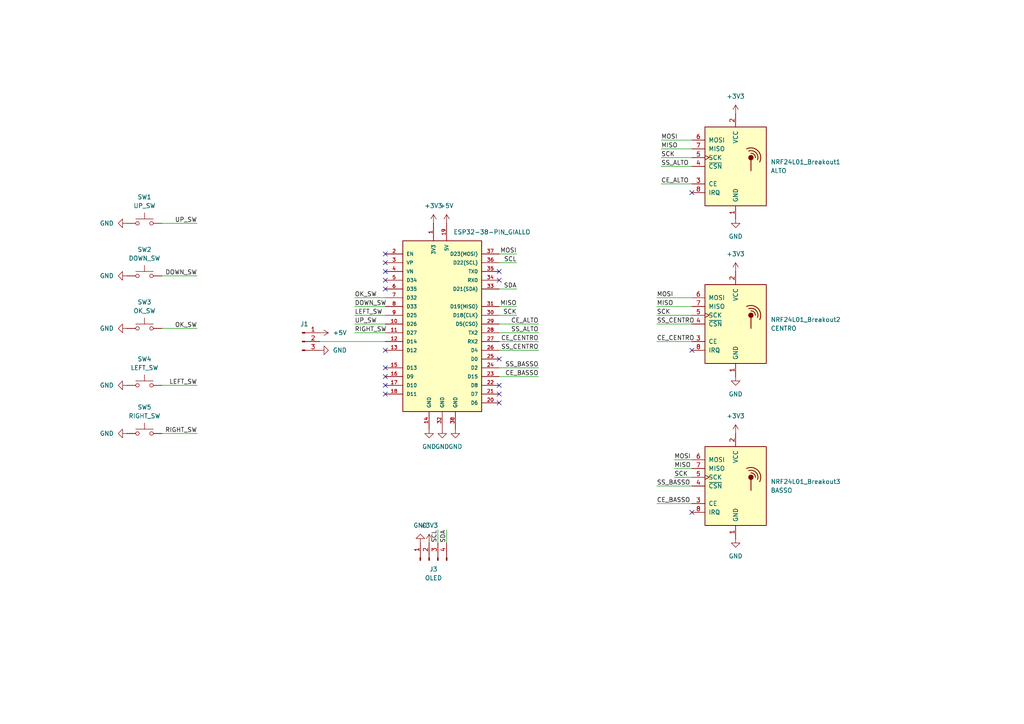
<source format=kicad_sch>
(kicad_sch
	(version 20250114)
	(generator "eeschema")
	(generator_version "9.0")
	(uuid "69b1b003-96d4-4a41-8852-48b506119d9f")
	(paper "A4")
	(lib_symbols
		(symbol "0Planck_20250924:ESP32-38-PIN_GIALLO"
			(pin_names
				(offset 1.016)
			)
			(exclude_from_sim no)
			(in_bom yes)
			(on_board yes)
			(property "Reference" "S"
				(at -11.43 26.67 0)
				(effects
					(font
						(size 1.27 1.27)
					)
					(justify left bottom)
					(hide yes)
				)
			)
			(property "Value" "ESP32-38-PIN_GIALLO"
				(at 2.54 -2.54 90)
				(effects
					(font
						(size 1.27 1.27)
					)
					(justify left bottom)
				)
			)
			(property "Footprint" "0Planck_20250924:ESP32-38-PIN"
				(at -5.08 8.89 90)
				(effects
					(font
						(size 1.27 1.27)
					)
					(justify bottom)
					(hide yes)
				)
			)
			(property "Datasheet" ""
				(at -3.81 7.62 90)
				(effects
					(font
						(size 1.27 1.27)
					)
					(hide yes)
				)
			)
			(property "Description" ""
				(at 0 0 0)
				(effects
					(font
						(size 1.27 1.27)
					)
					(hide yes)
				)
			)
			(property "PARTREV" "N/A"
				(at 0 7.62 90)
				(effects
					(font
						(size 1.27 1.27)
					)
					(justify bottom)
					(hide yes)
				)
			)
			(property "MANUFACTURER" "ESP32S"
				(at -2.54 7.62 90)
				(effects
					(font
						(size 1.27 1.27)
					)
					(justify bottom)
					(hide yes)
				)
			)
			(property "STANDARD" "Manufacturer Recommendations"
				(at 5.08 38.1 0)
				(effects
					(font
						(size 1.27 1.27)
					)
					(justify bottom)
					(hide yes)
				)
			)
			(symbol "ESP32-38-PIN_GIALLO_0_0"
				(rectangle
					(start -11.43 29.21)
					(end 11.43 -20.32)
					(stroke
						(width 0.254)
						(type default)
					)
					(fill
						(type background)
					)
				)
				(text ""
					(at -15.24 25.4 0)
					(effects
						(font
							(size 1.27 1.27)
						)
					)
				)
				(pin power_in line
					(at -3.81 -25.4 90)
					(length 5.08)
					(name "GND"
						(effects
							(font
								(size 1.016 1.016)
							)
						)
					)
					(number "14"
						(effects
							(font
								(size 1.016 1.016)
							)
						)
					)
				)
			)
			(symbol "ESP32-38-PIN_GIALLO_1_0"
				(pin input line
					(at -16.51 25.4 0)
					(length 5.08)
					(name "EN"
						(effects
							(font
								(size 1.016 1.016)
							)
						)
					)
					(number "2"
						(effects
							(font
								(size 1.016 1.016)
							)
						)
					)
				)
				(pin input line
					(at -16.51 22.86 0)
					(length 5.08)
					(name "VP"
						(effects
							(font
								(size 1.016 1.016)
							)
						)
					)
					(number "3"
						(effects
							(font
								(size 1.016 1.016)
							)
						)
					)
				)
				(pin input line
					(at -16.51 20.32 0)
					(length 5.08)
					(name "VN"
						(effects
							(font
								(size 1.016 1.016)
							)
						)
					)
					(number "4"
						(effects
							(font
								(size 1.016 1.016)
							)
						)
					)
				)
				(pin input line
					(at -16.51 17.78 0)
					(length 5.08)
					(name "D34"
						(effects
							(font
								(size 1.016 1.016)
							)
						)
					)
					(number "5"
						(effects
							(font
								(size 1.016 1.016)
							)
						)
					)
				)
				(pin input line
					(at -16.51 15.24 0)
					(length 5.08)
					(name "D35"
						(effects
							(font
								(size 1.016 1.016)
							)
						)
					)
					(number "6"
						(effects
							(font
								(size 1.016 1.016)
							)
						)
					)
				)
				(pin bidirectional line
					(at -16.51 12.7 0)
					(length 5.08)
					(name "D32"
						(effects
							(font
								(size 1.016 1.016)
							)
						)
					)
					(number "7"
						(effects
							(font
								(size 1.016 1.016)
							)
						)
					)
				)
				(pin bidirectional line
					(at -16.51 10.16 0)
					(length 5.08)
					(name "D33"
						(effects
							(font
								(size 1.016 1.016)
							)
						)
					)
					(number "8"
						(effects
							(font
								(size 1.016 1.016)
							)
						)
					)
				)
				(pin bidirectional line
					(at -16.51 7.62 0)
					(length 5.08)
					(name "D25"
						(effects
							(font
								(size 1.016 1.016)
							)
						)
					)
					(number "9"
						(effects
							(font
								(size 1.016 1.016)
							)
						)
					)
				)
				(pin bidirectional line
					(at -16.51 5.08 0)
					(length 5.08)
					(name "D26"
						(effects
							(font
								(size 1.016 1.016)
							)
						)
					)
					(number "10"
						(effects
							(font
								(size 1.016 1.016)
							)
						)
					)
				)
				(pin bidirectional line
					(at -16.51 2.54 0)
					(length 5.08)
					(name "D27"
						(effects
							(font
								(size 1.016 1.016)
							)
						)
					)
					(number "11"
						(effects
							(font
								(size 1.016 1.016)
							)
						)
					)
				)
				(pin bidirectional line
					(at -16.51 0 0)
					(length 5.08)
					(name "D14"
						(effects
							(font
								(size 1.016 1.016)
							)
						)
					)
					(number "12"
						(effects
							(font
								(size 1.016 1.016)
							)
						)
					)
				)
				(pin bidirectional line
					(at -16.51 -2.54 0)
					(length 5.08)
					(name "D12"
						(effects
							(font
								(size 1.016 1.016)
							)
						)
					)
					(number "13"
						(effects
							(font
								(size 1.016 1.016)
							)
						)
					)
				)
				(pin bidirectional line
					(at -16.51 -7.62 0)
					(length 5.08)
					(name "D13"
						(effects
							(font
								(size 1.016 1.016)
							)
						)
					)
					(number "15"
						(effects
							(font
								(size 1.016 1.016)
							)
						)
					)
				)
				(pin bidirectional line
					(at -16.51 -10.16 0)
					(length 5.08)
					(name "D9"
						(effects
							(font
								(size 1.016 1.016)
							)
						)
					)
					(number "16"
						(effects
							(font
								(size 1.016 1.016)
							)
						)
					)
				)
				(pin bidirectional line
					(at -16.51 -12.7 0)
					(length 5.08)
					(name "D10"
						(effects
							(font
								(size 1.016 1.016)
							)
						)
					)
					(number "17"
						(effects
							(font
								(size 1.016 1.016)
							)
						)
					)
				)
				(pin bidirectional line
					(at -16.51 -15.24 0)
					(length 5.08)
					(name "D11"
						(effects
							(font
								(size 1.016 1.016)
							)
						)
					)
					(number "18"
						(effects
							(font
								(size 1.016 1.016)
							)
						)
					)
				)
				(pin power_out line
					(at -2.54 34.29 270)
					(length 5.08)
					(name "3V3"
						(effects
							(font
								(size 1.016 1.016)
							)
						)
					)
					(number "1"
						(effects
							(font
								(size 1.016 1.016)
							)
						)
					)
				)
				(pin power_in line
					(at 0 -25.4 90)
					(length 5.08)
					(name "GND"
						(effects
							(font
								(size 1.016 1.016)
							)
						)
					)
					(number "32"
						(effects
							(font
								(size 1.016 1.016)
							)
						)
					)
				)
				(pin power_in line
					(at 1.27 34.29 270)
					(length 5.08)
					(name "5V"
						(effects
							(font
								(size 1.016 1.016)
							)
						)
					)
					(number "19"
						(effects
							(font
								(size 1.016 1.016)
							)
						)
					)
				)
				(pin power_in line
					(at 3.81 -25.4 90)
					(length 5.08)
					(name "GND"
						(effects
							(font
								(size 1.016 1.016)
							)
						)
					)
					(number "38"
						(effects
							(font
								(size 1.016 1.016)
							)
						)
					)
				)
				(pin bidirectional line
					(at 16.51 25.4 180)
					(length 5.08)
					(name "D23(MOSI)"
						(effects
							(font
								(size 1.016 1.016)
							)
						)
					)
					(number "37"
						(effects
							(font
								(size 1.016 1.016)
							)
						)
					)
				)
				(pin bidirectional line
					(at 16.51 22.86 180)
					(length 5.08)
					(name "D22(SCL)"
						(effects
							(font
								(size 1.016 1.016)
							)
						)
					)
					(number "36"
						(effects
							(font
								(size 1.016 1.016)
							)
						)
					)
				)
				(pin output line
					(at 16.51 20.32 180)
					(length 5.08)
					(name "TX0"
						(effects
							(font
								(size 1.016 1.016)
							)
						)
					)
					(number "35"
						(effects
							(font
								(size 1.016 1.016)
							)
						)
					)
				)
				(pin input line
					(at 16.51 17.78 180)
					(length 5.08)
					(name "RX0"
						(effects
							(font
								(size 1.016 1.016)
							)
						)
					)
					(number "34"
						(effects
							(font
								(size 1.016 1.016)
							)
						)
					)
				)
				(pin bidirectional line
					(at 16.51 15.24 180)
					(length 5.08)
					(name "D21(SDA)"
						(effects
							(font
								(size 1.016 1.016)
							)
						)
					)
					(number "33"
						(effects
							(font
								(size 1.016 1.016)
							)
						)
					)
				)
				(pin bidirectional line
					(at 16.51 10.16 180)
					(length 5.08)
					(name "D19(MISO)"
						(effects
							(font
								(size 1.016 1.016)
							)
						)
					)
					(number "31"
						(effects
							(font
								(size 1.016 1.016)
							)
						)
					)
				)
				(pin bidirectional line
					(at 16.51 7.62 180)
					(length 5.08)
					(name "D18(CLK)"
						(effects
							(font
								(size 1.016 1.016)
							)
						)
					)
					(number "30"
						(effects
							(font
								(size 1.016 1.016)
							)
						)
					)
				)
				(pin bidirectional line
					(at 16.51 5.08 180)
					(length 5.08)
					(name "D5(CSO)"
						(effects
							(font
								(size 1.016 1.016)
							)
						)
					)
					(number "29"
						(effects
							(font
								(size 1.016 1.016)
							)
						)
					)
				)
				(pin bidirectional line
					(at 16.51 2.54 180)
					(length 5.08)
					(name "TX2"
						(effects
							(font
								(size 1.016 1.016)
							)
						)
					)
					(number "28"
						(effects
							(font
								(size 1.016 1.016)
							)
						)
					)
				)
				(pin bidirectional line
					(at 16.51 0 180)
					(length 5.08)
					(name "RX2"
						(effects
							(font
								(size 1.016 1.016)
							)
						)
					)
					(number "27"
						(effects
							(font
								(size 1.016 1.016)
							)
						)
					)
				)
				(pin bidirectional line
					(at 16.51 -2.54 180)
					(length 5.08)
					(name "D4"
						(effects
							(font
								(size 1.016 1.016)
							)
						)
					)
					(number "26"
						(effects
							(font
								(size 1.016 1.016)
							)
						)
					)
				)
				(pin bidirectional line
					(at 16.51 -5.08 180)
					(length 5.08)
					(name "D0"
						(effects
							(font
								(size 1.016 1.016)
							)
						)
					)
					(number "25"
						(effects
							(font
								(size 1.016 1.016)
							)
						)
					)
				)
				(pin bidirectional line
					(at 16.51 -7.62 180)
					(length 5.08)
					(name "D2"
						(effects
							(font
								(size 1.016 1.016)
							)
						)
					)
					(number "24"
						(effects
							(font
								(size 1.016 1.016)
							)
						)
					)
				)
				(pin bidirectional line
					(at 16.51 -10.16 180)
					(length 5.08)
					(name "D15"
						(effects
							(font
								(size 1.016 1.016)
							)
						)
					)
					(number "23"
						(effects
							(font
								(size 1.016 1.016)
							)
						)
					)
				)
				(pin bidirectional line
					(at 16.51 -12.7 180)
					(length 5.08)
					(name "D8"
						(effects
							(font
								(size 1.016 1.016)
							)
						)
					)
					(number "22"
						(effects
							(font
								(size 1.016 1.016)
							)
						)
					)
				)
				(pin bidirectional line
					(at 16.51 -15.24 180)
					(length 5.08)
					(name "D7"
						(effects
							(font
								(size 1.016 1.016)
							)
						)
					)
					(number "21"
						(effects
							(font
								(size 1.016 1.016)
							)
						)
					)
				)
				(pin bidirectional line
					(at 16.51 -17.78 180)
					(length 5.08)
					(name "D6"
						(effects
							(font
								(size 1.016 1.016)
							)
						)
					)
					(number "20"
						(effects
							(font
								(size 1.016 1.016)
							)
						)
					)
				)
			)
			(embedded_fonts no)
		)
		(symbol "Connector:Conn_01x03_Pin"
			(pin_names
				(offset 1.016)
				(hide yes)
			)
			(exclude_from_sim no)
			(in_bom yes)
			(on_board yes)
			(property "Reference" "J"
				(at 0 5.08 0)
				(effects
					(font
						(size 1.27 1.27)
					)
				)
			)
			(property "Value" "Conn_01x03_Pin"
				(at 0 -5.08 0)
				(effects
					(font
						(size 1.27 1.27)
					)
				)
			)
			(property "Footprint" ""
				(at 0 0 0)
				(effects
					(font
						(size 1.27 1.27)
					)
					(hide yes)
				)
			)
			(property "Datasheet" "~"
				(at 0 0 0)
				(effects
					(font
						(size 1.27 1.27)
					)
					(hide yes)
				)
			)
			(property "Description" "Generic connector, single row, 01x03, script generated"
				(at 0 0 0)
				(effects
					(font
						(size 1.27 1.27)
					)
					(hide yes)
				)
			)
			(property "ki_locked" ""
				(at 0 0 0)
				(effects
					(font
						(size 1.27 1.27)
					)
				)
			)
			(property "ki_keywords" "connector"
				(at 0 0 0)
				(effects
					(font
						(size 1.27 1.27)
					)
					(hide yes)
				)
			)
			(property "ki_fp_filters" "Connector*:*_1x??_*"
				(at 0 0 0)
				(effects
					(font
						(size 1.27 1.27)
					)
					(hide yes)
				)
			)
			(symbol "Conn_01x03_Pin_1_1"
				(rectangle
					(start 0.8636 2.667)
					(end 0 2.413)
					(stroke
						(width 0.1524)
						(type default)
					)
					(fill
						(type outline)
					)
				)
				(rectangle
					(start 0.8636 0.127)
					(end 0 -0.127)
					(stroke
						(width 0.1524)
						(type default)
					)
					(fill
						(type outline)
					)
				)
				(rectangle
					(start 0.8636 -2.413)
					(end 0 -2.667)
					(stroke
						(width 0.1524)
						(type default)
					)
					(fill
						(type outline)
					)
				)
				(polyline
					(pts
						(xy 1.27 2.54) (xy 0.8636 2.54)
					)
					(stroke
						(width 0.1524)
						(type default)
					)
					(fill
						(type none)
					)
				)
				(polyline
					(pts
						(xy 1.27 0) (xy 0.8636 0)
					)
					(stroke
						(width 0.1524)
						(type default)
					)
					(fill
						(type none)
					)
				)
				(polyline
					(pts
						(xy 1.27 -2.54) (xy 0.8636 -2.54)
					)
					(stroke
						(width 0.1524)
						(type default)
					)
					(fill
						(type none)
					)
				)
				(pin passive line
					(at 5.08 2.54 180)
					(length 3.81)
					(name "Pin_1"
						(effects
							(font
								(size 1.27 1.27)
							)
						)
					)
					(number "1"
						(effects
							(font
								(size 1.27 1.27)
							)
						)
					)
				)
				(pin passive line
					(at 5.08 0 180)
					(length 3.81)
					(name "Pin_2"
						(effects
							(font
								(size 1.27 1.27)
							)
						)
					)
					(number "2"
						(effects
							(font
								(size 1.27 1.27)
							)
						)
					)
				)
				(pin passive line
					(at 5.08 -2.54 180)
					(length 3.81)
					(name "Pin_3"
						(effects
							(font
								(size 1.27 1.27)
							)
						)
					)
					(number "3"
						(effects
							(font
								(size 1.27 1.27)
							)
						)
					)
				)
			)
			(embedded_fonts no)
		)
		(symbol "Connector:Conn_01x04_Pin"
			(pin_names
				(offset 1.016)
				(hide yes)
			)
			(exclude_from_sim no)
			(in_bom yes)
			(on_board yes)
			(property "Reference" "J"
				(at 0 5.08 0)
				(effects
					(font
						(size 1.27 1.27)
					)
				)
			)
			(property "Value" "Conn_01x04_Pin"
				(at 0 -7.62 0)
				(effects
					(font
						(size 1.27 1.27)
					)
				)
			)
			(property "Footprint" ""
				(at 0 0 0)
				(effects
					(font
						(size 1.27 1.27)
					)
					(hide yes)
				)
			)
			(property "Datasheet" "~"
				(at 0 0 0)
				(effects
					(font
						(size 1.27 1.27)
					)
					(hide yes)
				)
			)
			(property "Description" "Generic connector, single row, 01x04, script generated"
				(at 0 0 0)
				(effects
					(font
						(size 1.27 1.27)
					)
					(hide yes)
				)
			)
			(property "ki_locked" ""
				(at 0 0 0)
				(effects
					(font
						(size 1.27 1.27)
					)
				)
			)
			(property "ki_keywords" "connector"
				(at 0 0 0)
				(effects
					(font
						(size 1.27 1.27)
					)
					(hide yes)
				)
			)
			(property "ki_fp_filters" "Connector*:*_1x??_*"
				(at 0 0 0)
				(effects
					(font
						(size 1.27 1.27)
					)
					(hide yes)
				)
			)
			(symbol "Conn_01x04_Pin_1_1"
				(rectangle
					(start 0.8636 2.667)
					(end 0 2.413)
					(stroke
						(width 0.1524)
						(type default)
					)
					(fill
						(type outline)
					)
				)
				(rectangle
					(start 0.8636 0.127)
					(end 0 -0.127)
					(stroke
						(width 0.1524)
						(type default)
					)
					(fill
						(type outline)
					)
				)
				(rectangle
					(start 0.8636 -2.413)
					(end 0 -2.667)
					(stroke
						(width 0.1524)
						(type default)
					)
					(fill
						(type outline)
					)
				)
				(rectangle
					(start 0.8636 -4.953)
					(end 0 -5.207)
					(stroke
						(width 0.1524)
						(type default)
					)
					(fill
						(type outline)
					)
				)
				(polyline
					(pts
						(xy 1.27 2.54) (xy 0.8636 2.54)
					)
					(stroke
						(width 0.1524)
						(type default)
					)
					(fill
						(type none)
					)
				)
				(polyline
					(pts
						(xy 1.27 0) (xy 0.8636 0)
					)
					(stroke
						(width 0.1524)
						(type default)
					)
					(fill
						(type none)
					)
				)
				(polyline
					(pts
						(xy 1.27 -2.54) (xy 0.8636 -2.54)
					)
					(stroke
						(width 0.1524)
						(type default)
					)
					(fill
						(type none)
					)
				)
				(polyline
					(pts
						(xy 1.27 -5.08) (xy 0.8636 -5.08)
					)
					(stroke
						(width 0.1524)
						(type default)
					)
					(fill
						(type none)
					)
				)
				(pin passive line
					(at 5.08 2.54 180)
					(length 3.81)
					(name "Pin_1"
						(effects
							(font
								(size 1.27 1.27)
							)
						)
					)
					(number "1"
						(effects
							(font
								(size 1.27 1.27)
							)
						)
					)
				)
				(pin passive line
					(at 5.08 0 180)
					(length 3.81)
					(name "Pin_2"
						(effects
							(font
								(size 1.27 1.27)
							)
						)
					)
					(number "2"
						(effects
							(font
								(size 1.27 1.27)
							)
						)
					)
				)
				(pin passive line
					(at 5.08 -2.54 180)
					(length 3.81)
					(name "Pin_3"
						(effects
							(font
								(size 1.27 1.27)
							)
						)
					)
					(number "3"
						(effects
							(font
								(size 1.27 1.27)
							)
						)
					)
				)
				(pin passive line
					(at 5.08 -5.08 180)
					(length 3.81)
					(name "Pin_4"
						(effects
							(font
								(size 1.27 1.27)
							)
						)
					)
					(number "4"
						(effects
							(font
								(size 1.27 1.27)
							)
						)
					)
				)
			)
			(embedded_fonts no)
		)
		(symbol "RF:NRF24L01_Breakout"
			(pin_names
				(offset 1.016)
			)
			(exclude_from_sim no)
			(in_bom yes)
			(on_board yes)
			(property "Reference" "U"
				(at -8.89 12.7 0)
				(effects
					(font
						(size 1.27 1.27)
					)
					(justify left)
				)
			)
			(property "Value" "NRF24L01_Breakout"
				(at 3.81 12.7 0)
				(effects
					(font
						(size 1.27 1.27)
					)
					(justify left)
				)
			)
			(property "Footprint" "RF_Module:nRF24L01_Breakout"
				(at 3.81 15.24 0)
				(effects
					(font
						(size 1.27 1.27)
						(italic yes)
					)
					(justify left)
					(hide yes)
				)
			)
			(property "Datasheet" "http://www.nordicsemi.com/eng/content/download/2730/34105/file/nRF24L01_Product_Specification_v2_0.pdf"
				(at 0 -2.54 0)
				(effects
					(font
						(size 1.27 1.27)
					)
					(hide yes)
				)
			)
			(property "Description" "Ultra low power 2.4GHz RF Transceiver, Carrier PCB"
				(at 0 0 0)
				(effects
					(font
						(size 1.27 1.27)
					)
					(hide yes)
				)
			)
			(property "ki_keywords" "Low Power RF Transceiver breakout carrier"
				(at 0 0 0)
				(effects
					(font
						(size 1.27 1.27)
					)
					(hide yes)
				)
			)
			(property "ki_fp_filters" "nRF24L01*Breakout*"
				(at 0 0 0)
				(effects
					(font
						(size 1.27 1.27)
					)
					(hide yes)
				)
			)
			(symbol "NRF24L01_Breakout_0_1"
				(rectangle
					(start -8.89 11.43)
					(end 8.89 -11.43)
					(stroke
						(width 0.254)
						(type default)
					)
					(fill
						(type background)
					)
				)
				(arc
					(start 3.175 5.08)
					(mid 6.453 4.548)
					(end 6.985 1.27)
					(stroke
						(width 0.254)
						(type default)
					)
					(fill
						(type none)
					)
				)
				(circle
					(center 4.445 2.54)
					(radius 0.635)
					(stroke
						(width 0.254)
						(type default)
					)
					(fill
						(type outline)
					)
				)
				(polyline
					(pts
						(xy 4.445 1.905) (xy 4.445 -1.27)
					)
					(stroke
						(width 0.254)
						(type default)
					)
					(fill
						(type none)
					)
				)
				(arc
					(start 3.81 4.445)
					(mid 5.8835 3.9785)
					(end 6.35 1.905)
					(stroke
						(width 0.254)
						(type default)
					)
					(fill
						(type none)
					)
				)
				(arc
					(start 4.445 3.81)
					(mid 5.3558 3.4508)
					(end 5.715 2.54)
					(stroke
						(width 0.254)
						(type default)
					)
					(fill
						(type none)
					)
				)
			)
			(symbol "NRF24L01_Breakout_1_1"
				(pin input line
					(at -12.7 7.62 0)
					(length 3.81)
					(name "MOSI"
						(effects
							(font
								(size 1.27 1.27)
							)
						)
					)
					(number "6"
						(effects
							(font
								(size 1.27 1.27)
							)
						)
					)
				)
				(pin output line
					(at -12.7 5.08 0)
					(length 3.81)
					(name "MISO"
						(effects
							(font
								(size 1.27 1.27)
							)
						)
					)
					(number "7"
						(effects
							(font
								(size 1.27 1.27)
							)
						)
					)
				)
				(pin input clock
					(at -12.7 2.54 0)
					(length 3.81)
					(name "SCK"
						(effects
							(font
								(size 1.27 1.27)
							)
						)
					)
					(number "5"
						(effects
							(font
								(size 1.27 1.27)
							)
						)
					)
				)
				(pin input line
					(at -12.7 0 0)
					(length 3.81)
					(name "~{CSN}"
						(effects
							(font
								(size 1.27 1.27)
							)
						)
					)
					(number "4"
						(effects
							(font
								(size 1.27 1.27)
							)
						)
					)
				)
				(pin input line
					(at -12.7 -5.08 0)
					(length 3.81)
					(name "CE"
						(effects
							(font
								(size 1.27 1.27)
							)
						)
					)
					(number "3"
						(effects
							(font
								(size 1.27 1.27)
							)
						)
					)
				)
				(pin output line
					(at -12.7 -7.62 0)
					(length 3.81)
					(name "IRQ"
						(effects
							(font
								(size 1.27 1.27)
							)
						)
					)
					(number "8"
						(effects
							(font
								(size 1.27 1.27)
							)
						)
					)
				)
				(pin power_in line
					(at 0 15.24 270)
					(length 3.81)
					(name "VCC"
						(effects
							(font
								(size 1.27 1.27)
							)
						)
					)
					(number "2"
						(effects
							(font
								(size 1.27 1.27)
							)
						)
					)
				)
				(pin power_in line
					(at 0 -15.24 90)
					(length 3.81)
					(name "GND"
						(effects
							(font
								(size 1.27 1.27)
							)
						)
					)
					(number "1"
						(effects
							(font
								(size 1.27 1.27)
							)
						)
					)
				)
			)
			(embedded_fonts no)
		)
		(symbol "Switch:SW_Push"
			(pin_numbers
				(hide yes)
			)
			(pin_names
				(offset 1.016)
				(hide yes)
			)
			(exclude_from_sim no)
			(in_bom yes)
			(on_board yes)
			(property "Reference" "SW"
				(at 1.27 2.54 0)
				(effects
					(font
						(size 1.27 1.27)
					)
					(justify left)
				)
			)
			(property "Value" "SW_Push"
				(at 0 -1.524 0)
				(effects
					(font
						(size 1.27 1.27)
					)
				)
			)
			(property "Footprint" ""
				(at 0 5.08 0)
				(effects
					(font
						(size 1.27 1.27)
					)
					(hide yes)
				)
			)
			(property "Datasheet" "~"
				(at 0 5.08 0)
				(effects
					(font
						(size 1.27 1.27)
					)
					(hide yes)
				)
			)
			(property "Description" "Push button switch, generic, two pins"
				(at 0 0 0)
				(effects
					(font
						(size 1.27 1.27)
					)
					(hide yes)
				)
			)
			(property "ki_keywords" "switch normally-open pushbutton push-button"
				(at 0 0 0)
				(effects
					(font
						(size 1.27 1.27)
					)
					(hide yes)
				)
			)
			(symbol "SW_Push_0_1"
				(circle
					(center -2.032 0)
					(radius 0.508)
					(stroke
						(width 0)
						(type default)
					)
					(fill
						(type none)
					)
				)
				(polyline
					(pts
						(xy 0 1.27) (xy 0 3.048)
					)
					(stroke
						(width 0)
						(type default)
					)
					(fill
						(type none)
					)
				)
				(circle
					(center 2.032 0)
					(radius 0.508)
					(stroke
						(width 0)
						(type default)
					)
					(fill
						(type none)
					)
				)
				(polyline
					(pts
						(xy 2.54 1.27) (xy -2.54 1.27)
					)
					(stroke
						(width 0)
						(type default)
					)
					(fill
						(type none)
					)
				)
				(pin passive line
					(at -5.08 0 0)
					(length 2.54)
					(name "1"
						(effects
							(font
								(size 1.27 1.27)
							)
						)
					)
					(number "1"
						(effects
							(font
								(size 1.27 1.27)
							)
						)
					)
				)
				(pin passive line
					(at 5.08 0 180)
					(length 2.54)
					(name "2"
						(effects
							(font
								(size 1.27 1.27)
							)
						)
					)
					(number "2"
						(effects
							(font
								(size 1.27 1.27)
							)
						)
					)
				)
			)
			(embedded_fonts no)
		)
		(symbol "power:+3V3"
			(power)
			(pin_numbers
				(hide yes)
			)
			(pin_names
				(offset 0)
				(hide yes)
			)
			(exclude_from_sim no)
			(in_bom yes)
			(on_board yes)
			(property "Reference" "#PWR"
				(at 0 -3.81 0)
				(effects
					(font
						(size 1.27 1.27)
					)
					(hide yes)
				)
			)
			(property "Value" "+3V3"
				(at 0 3.556 0)
				(effects
					(font
						(size 1.27 1.27)
					)
				)
			)
			(property "Footprint" ""
				(at 0 0 0)
				(effects
					(font
						(size 1.27 1.27)
					)
					(hide yes)
				)
			)
			(property "Datasheet" ""
				(at 0 0 0)
				(effects
					(font
						(size 1.27 1.27)
					)
					(hide yes)
				)
			)
			(property "Description" "Power symbol creates a global label with name \"+3V3\""
				(at 0 0 0)
				(effects
					(font
						(size 1.27 1.27)
					)
					(hide yes)
				)
			)
			(property "ki_keywords" "global power"
				(at 0 0 0)
				(effects
					(font
						(size 1.27 1.27)
					)
					(hide yes)
				)
			)
			(symbol "+3V3_0_1"
				(polyline
					(pts
						(xy -0.762 1.27) (xy 0 2.54)
					)
					(stroke
						(width 0)
						(type default)
					)
					(fill
						(type none)
					)
				)
				(polyline
					(pts
						(xy 0 2.54) (xy 0.762 1.27)
					)
					(stroke
						(width 0)
						(type default)
					)
					(fill
						(type none)
					)
				)
				(polyline
					(pts
						(xy 0 0) (xy 0 2.54)
					)
					(stroke
						(width 0)
						(type default)
					)
					(fill
						(type none)
					)
				)
			)
			(symbol "+3V3_1_1"
				(pin power_in line
					(at 0 0 90)
					(length 0)
					(name "~"
						(effects
							(font
								(size 1.27 1.27)
							)
						)
					)
					(number "1"
						(effects
							(font
								(size 1.27 1.27)
							)
						)
					)
				)
			)
			(embedded_fonts no)
		)
		(symbol "power:+5V"
			(power)
			(pin_numbers
				(hide yes)
			)
			(pin_names
				(offset 0)
				(hide yes)
			)
			(exclude_from_sim no)
			(in_bom yes)
			(on_board yes)
			(property "Reference" "#PWR"
				(at 0 -3.81 0)
				(effects
					(font
						(size 1.27 1.27)
					)
					(hide yes)
				)
			)
			(property "Value" "+5V"
				(at 0 3.556 0)
				(effects
					(font
						(size 1.27 1.27)
					)
				)
			)
			(property "Footprint" ""
				(at 0 0 0)
				(effects
					(font
						(size 1.27 1.27)
					)
					(hide yes)
				)
			)
			(property "Datasheet" ""
				(at 0 0 0)
				(effects
					(font
						(size 1.27 1.27)
					)
					(hide yes)
				)
			)
			(property "Description" "Power symbol creates a global label with name \"+5V\""
				(at 0 0 0)
				(effects
					(font
						(size 1.27 1.27)
					)
					(hide yes)
				)
			)
			(property "ki_keywords" "global power"
				(at 0 0 0)
				(effects
					(font
						(size 1.27 1.27)
					)
					(hide yes)
				)
			)
			(symbol "+5V_0_1"
				(polyline
					(pts
						(xy -0.762 1.27) (xy 0 2.54)
					)
					(stroke
						(width 0)
						(type default)
					)
					(fill
						(type none)
					)
				)
				(polyline
					(pts
						(xy 0 2.54) (xy 0.762 1.27)
					)
					(stroke
						(width 0)
						(type default)
					)
					(fill
						(type none)
					)
				)
				(polyline
					(pts
						(xy 0 0) (xy 0 2.54)
					)
					(stroke
						(width 0)
						(type default)
					)
					(fill
						(type none)
					)
				)
			)
			(symbol "+5V_1_1"
				(pin power_in line
					(at 0 0 90)
					(length 0)
					(name "~"
						(effects
							(font
								(size 1.27 1.27)
							)
						)
					)
					(number "1"
						(effects
							(font
								(size 1.27 1.27)
							)
						)
					)
				)
			)
			(embedded_fonts no)
		)
		(symbol "power:GND"
			(power)
			(pin_numbers
				(hide yes)
			)
			(pin_names
				(offset 0)
				(hide yes)
			)
			(exclude_from_sim no)
			(in_bom yes)
			(on_board yes)
			(property "Reference" "#PWR"
				(at 0 -6.35 0)
				(effects
					(font
						(size 1.27 1.27)
					)
					(hide yes)
				)
			)
			(property "Value" "GND"
				(at 0 -3.81 0)
				(effects
					(font
						(size 1.27 1.27)
					)
				)
			)
			(property "Footprint" ""
				(at 0 0 0)
				(effects
					(font
						(size 1.27 1.27)
					)
					(hide yes)
				)
			)
			(property "Datasheet" ""
				(at 0 0 0)
				(effects
					(font
						(size 1.27 1.27)
					)
					(hide yes)
				)
			)
			(property "Description" "Power symbol creates a global label with name \"GND\" , ground"
				(at 0 0 0)
				(effects
					(font
						(size 1.27 1.27)
					)
					(hide yes)
				)
			)
			(property "ki_keywords" "global power"
				(at 0 0 0)
				(effects
					(font
						(size 1.27 1.27)
					)
					(hide yes)
				)
			)
			(symbol "GND_0_1"
				(polyline
					(pts
						(xy 0 0) (xy 0 -1.27) (xy 1.27 -1.27) (xy 0 -2.54) (xy -1.27 -1.27) (xy 0 -1.27)
					)
					(stroke
						(width 0)
						(type default)
					)
					(fill
						(type none)
					)
				)
			)
			(symbol "GND_1_1"
				(pin power_in line
					(at 0 0 270)
					(length 0)
					(name "~"
						(effects
							(font
								(size 1.27 1.27)
							)
						)
					)
					(number "1"
						(effects
							(font
								(size 1.27 1.27)
							)
						)
					)
				)
			)
			(embedded_fonts no)
		)
	)
	(no_connect
		(at 111.76 81.28)
		(uuid "0a9b4ac1-f2e7-463f-af1b-faa719b20842")
	)
	(no_connect
		(at 144.78 116.84)
		(uuid "0fdd844c-8959-4ead-98e5-e103a6da74e1")
	)
	(no_connect
		(at 200.66 101.6)
		(uuid "2355627a-749b-4ff0-9bbc-63a734839759")
	)
	(no_connect
		(at 111.76 83.82)
		(uuid "2d86815d-44e7-4b23-88b0-f0d6805461ff")
	)
	(no_connect
		(at 111.76 109.22)
		(uuid "30d4f50f-905f-4783-8be0-d10f16e65ab9")
	)
	(no_connect
		(at 111.76 106.68)
		(uuid "3c371647-7546-4b6d-9d2d-e54cb3ac5535")
	)
	(no_connect
		(at 144.78 81.28)
		(uuid "443396a0-81e5-40f7-9a72-f34540026afb")
	)
	(no_connect
		(at 111.76 78.74)
		(uuid "48a750e1-cd7c-4f4b-a34f-23f14fb04a9b")
	)
	(no_connect
		(at 200.66 148.59)
		(uuid "4f3a50ca-e914-4a60-a115-c7b1545b375e")
	)
	(no_connect
		(at 144.78 104.14)
		(uuid "63f012ce-85fa-4fa6-a48e-57890a4f52b9")
	)
	(no_connect
		(at 111.76 111.76)
		(uuid "78529c6d-166c-4c6e-897d-e48622ac7b46")
	)
	(no_connect
		(at 111.76 101.6)
		(uuid "94ec976a-df07-4462-94a1-11a76cd51099")
	)
	(no_connect
		(at 200.66 55.88)
		(uuid "97ca0bac-3ec5-413f-aa89-6fd8318bc800")
	)
	(no_connect
		(at 144.78 111.76)
		(uuid "9989f86c-07bb-45ae-9744-81f75108bc73")
	)
	(no_connect
		(at 111.76 114.3)
		(uuid "9b0d28bf-2cf7-41a9-86b7-77b0de7c9901")
	)
	(no_connect
		(at 111.76 73.66)
		(uuid "9c19871d-9934-4d84-8283-2616a936fce4")
	)
	(no_connect
		(at 144.78 114.3)
		(uuid "b3301aac-735e-41d5-b25d-81563b33b1eb")
	)
	(no_connect
		(at 144.78 78.74)
		(uuid "eb78f60a-25b9-44a8-9edc-d83f827056c9")
	)
	(no_connect
		(at 111.76 76.2)
		(uuid "fad314c1-127c-4613-8a67-9208ee8331c1")
	)
	(wire
		(pts
			(xy 46.99 64.77) (xy 57.15 64.77)
		)
		(stroke
			(width 0)
			(type default)
		)
		(uuid "08745a8d-7cd5-4a7e-8f4a-dee0b3e27d5c")
	)
	(wire
		(pts
			(xy 102.87 93.98) (xy 111.76 93.98)
		)
		(stroke
			(width 0)
			(type default)
		)
		(uuid "1088989f-97ab-4252-ac2f-4567ead61090")
	)
	(wire
		(pts
			(xy 46.99 80.01) (xy 57.15 80.01)
		)
		(stroke
			(width 0)
			(type default)
		)
		(uuid "1654971f-3c02-4402-9cc4-34b1ce513529")
	)
	(wire
		(pts
			(xy 144.78 73.66) (xy 149.86 73.66)
		)
		(stroke
			(width 0)
			(type default)
		)
		(uuid "2147afb4-c686-497e-a32a-fa3fc7791b84")
	)
	(wire
		(pts
			(xy 191.77 48.26) (xy 200.66 48.26)
		)
		(stroke
			(width 0)
			(type default)
		)
		(uuid "288505ce-8692-4d38-a7db-d63dc8f8dd77")
	)
	(wire
		(pts
			(xy 46.99 95.25) (xy 57.15 95.25)
		)
		(stroke
			(width 0)
			(type default)
		)
		(uuid "2cc59052-addc-4225-bd6e-f731503543d0")
	)
	(wire
		(pts
			(xy 190.5 88.9) (xy 200.66 88.9)
		)
		(stroke
			(width 0)
			(type default)
		)
		(uuid "2f453efc-f261-4190-b85a-8b7d4df13d9c")
	)
	(wire
		(pts
			(xy 102.87 91.44) (xy 111.76 91.44)
		)
		(stroke
			(width 0)
			(type default)
		)
		(uuid "38a68b32-fb33-41f4-860f-630cecc77f36")
	)
	(wire
		(pts
			(xy 191.77 53.34) (xy 200.66 53.34)
		)
		(stroke
			(width 0)
			(type default)
		)
		(uuid "478e4759-737f-47fb-8dcf-e08010bba818")
	)
	(wire
		(pts
			(xy 195.58 135.89) (xy 200.66 135.89)
		)
		(stroke
			(width 0)
			(type default)
		)
		(uuid "4d7845f0-d396-4469-9d25-74c397fa604c")
	)
	(wire
		(pts
			(xy 144.78 106.68) (xy 156.21 106.68)
		)
		(stroke
			(width 0)
			(type default)
		)
		(uuid "681e12bb-6aea-4155-b74d-a7ee7bdd011f")
	)
	(wire
		(pts
			(xy 144.78 88.9) (xy 149.86 88.9)
		)
		(stroke
			(width 0)
			(type default)
		)
		(uuid "6914206e-ed0e-4888-aec1-c412d9e61399")
	)
	(wire
		(pts
			(xy 92.71 99.06) (xy 111.76 99.06)
		)
		(stroke
			(width 0)
			(type default)
		)
		(uuid "69720a3a-cc27-4add-a51a-08b7df6192e6")
	)
	(wire
		(pts
			(xy 127 153.67) (xy 127 157.48)
		)
		(stroke
			(width 0)
			(type default)
		)
		(uuid "71e17662-d408-456c-9a16-0d8ec1477fc4")
	)
	(wire
		(pts
			(xy 190.5 86.36) (xy 200.66 86.36)
		)
		(stroke
			(width 0)
			(type default)
		)
		(uuid "75640601-3ccd-44a4-891f-183c62c722d3")
	)
	(wire
		(pts
			(xy 190.5 146.05) (xy 200.66 146.05)
		)
		(stroke
			(width 0)
			(type default)
		)
		(uuid "8a2286d5-e936-416e-bf9f-63e76b8444b2")
	)
	(wire
		(pts
			(xy 190.5 140.97) (xy 200.66 140.97)
		)
		(stroke
			(width 0)
			(type default)
		)
		(uuid "93d4d6ad-fb52-49e2-8fb3-dcc82532891c")
	)
	(wire
		(pts
			(xy 191.77 43.18) (xy 200.66 43.18)
		)
		(stroke
			(width 0)
			(type default)
		)
		(uuid "945edfc9-9f9a-44d1-9dde-ba1a835f8055")
	)
	(wire
		(pts
			(xy 102.87 96.52) (xy 111.76 96.52)
		)
		(stroke
			(width 0)
			(type default)
		)
		(uuid "99572bf0-19c2-4395-b366-1f66fbe6851b")
	)
	(wire
		(pts
			(xy 144.78 83.82) (xy 149.86 83.82)
		)
		(stroke
			(width 0)
			(type default)
		)
		(uuid "a1f7d6fd-0d13-43dd-aef6-152660c65e8b")
	)
	(wire
		(pts
			(xy 46.99 111.76) (xy 57.15 111.76)
		)
		(stroke
			(width 0)
			(type default)
		)
		(uuid "a5b9b185-5529-4516-854a-2ca59a222fcb")
	)
	(wire
		(pts
			(xy 144.78 101.6) (xy 156.21 101.6)
		)
		(stroke
			(width 0)
			(type default)
		)
		(uuid "ad21658e-dbdb-4f08-9a90-8d1d6463b713")
	)
	(wire
		(pts
			(xy 129.54 153.67) (xy 129.54 157.48)
		)
		(stroke
			(width 0)
			(type default)
		)
		(uuid "ae437c4e-4d6f-44c5-89f7-4cc50e057d13")
	)
	(wire
		(pts
			(xy 144.78 93.98) (xy 156.21 93.98)
		)
		(stroke
			(width 0)
			(type default)
		)
		(uuid "b0d26a81-8a59-4855-aa99-d02d455dcac8")
	)
	(wire
		(pts
			(xy 144.78 96.52) (xy 156.21 96.52)
		)
		(stroke
			(width 0)
			(type default)
		)
		(uuid "b2cb4a5c-fde7-4b87-90f3-b80a33436067")
	)
	(wire
		(pts
			(xy 195.58 133.35) (xy 200.66 133.35)
		)
		(stroke
			(width 0)
			(type default)
		)
		(uuid "b8df45d2-7be8-4800-b7fb-2b1bfd0f1466")
	)
	(wire
		(pts
			(xy 46.99 125.73) (xy 57.15 125.73)
		)
		(stroke
			(width 0)
			(type default)
		)
		(uuid "ba217e7c-2d18-4aaa-9045-4088492fb16b")
	)
	(wire
		(pts
			(xy 144.78 91.44) (xy 149.86 91.44)
		)
		(stroke
			(width 0)
			(type default)
		)
		(uuid "ba75886d-dfff-461c-980d-100b968cb37a")
	)
	(wire
		(pts
			(xy 190.5 93.98) (xy 200.66 93.98)
		)
		(stroke
			(width 0)
			(type default)
		)
		(uuid "c3914191-2f36-4c76-b4b1-c290ca250570")
	)
	(wire
		(pts
			(xy 144.78 76.2) (xy 149.86 76.2)
		)
		(stroke
			(width 0)
			(type default)
		)
		(uuid "cd3db284-bae2-4f25-8752-107c628b98d6")
	)
	(wire
		(pts
			(xy 102.87 88.9) (xy 111.76 88.9)
		)
		(stroke
			(width 0)
			(type default)
		)
		(uuid "ce07c766-34fe-4961-923f-f9d4f5b7b578")
	)
	(wire
		(pts
			(xy 195.58 138.43) (xy 200.66 138.43)
		)
		(stroke
			(width 0)
			(type default)
		)
		(uuid "e30cebbf-72d5-4d9b-8403-e5bc26149fc2")
	)
	(wire
		(pts
			(xy 191.77 45.72) (xy 200.66 45.72)
		)
		(stroke
			(width 0)
			(type default)
		)
		(uuid "e3431293-67cb-4467-883b-d23c14401c0b")
	)
	(wire
		(pts
			(xy 191.77 40.64) (xy 200.66 40.64)
		)
		(stroke
			(width 0)
			(type default)
		)
		(uuid "e403f679-7e01-4307-ad2e-74a251dfc2e7")
	)
	(wire
		(pts
			(xy 144.78 99.06) (xy 156.21 99.06)
		)
		(stroke
			(width 0)
			(type default)
		)
		(uuid "ea070fb4-a4be-4126-b62f-ec9af0584a1e")
	)
	(wire
		(pts
			(xy 102.87 86.36) (xy 111.76 86.36)
		)
		(stroke
			(width 0)
			(type default)
		)
		(uuid "f17a331e-a135-4e1f-bdc0-8717f3aff7e5")
	)
	(wire
		(pts
			(xy 190.5 91.44) (xy 200.66 91.44)
		)
		(stroke
			(width 0)
			(type default)
		)
		(uuid "f2a0991a-5cf0-473c-a357-4ca5dc6696de")
	)
	(wire
		(pts
			(xy 144.78 109.22) (xy 156.21 109.22)
		)
		(stroke
			(width 0)
			(type default)
		)
		(uuid "f42a7555-71b7-437e-a2df-a69722d9aab4")
	)
	(wire
		(pts
			(xy 190.5 99.06) (xy 200.66 99.06)
		)
		(stroke
			(width 0)
			(type default)
		)
		(uuid "f4a851e7-dcb5-4d8f-88cc-0aa6d5bd4435")
	)
	(label "SS_ALTO"
		(at 156.21 96.52 180)
		(effects
			(font
				(size 1.27 1.27)
			)
			(justify right bottom)
		)
		(uuid "026010a6-6240-4503-89ac-38b4140469ab")
	)
	(label "SCK"
		(at 190.5 91.44 0)
		(effects
			(font
				(size 1.27 1.27)
			)
			(justify left bottom)
		)
		(uuid "0db2b158-644e-487b-9828-10bc186bc147")
	)
	(label "MOSI"
		(at 195.58 133.35 0)
		(effects
			(font
				(size 1.27 1.27)
			)
			(justify left bottom)
		)
		(uuid "15702848-eb37-446f-bb2e-cccf82f1e8c8")
	)
	(label "UP_SW"
		(at 102.87 93.98 0)
		(effects
			(font
				(size 1.27 1.27)
			)
			(justify left bottom)
		)
		(uuid "2c7e0ad8-a6ae-44a4-958b-db089032b857")
	)
	(label "MISO"
		(at 190.5 88.9 0)
		(effects
			(font
				(size 1.27 1.27)
			)
			(justify left bottom)
		)
		(uuid "30eb3b75-5abc-4a98-a245-1a9e123dafbd")
	)
	(label "SDA"
		(at 129.54 153.67 270)
		(effects
			(font
				(size 1.27 1.27)
			)
			(justify right bottom)
		)
		(uuid "31c213f9-7735-4b86-b7ae-4ebda6217623")
	)
	(label "CE_CENTRO"
		(at 156.21 99.06 180)
		(effects
			(font
				(size 1.27 1.27)
			)
			(justify right bottom)
		)
		(uuid "325d143d-d622-405e-8928-3f308f265440")
	)
	(label "SCK"
		(at 149.86 91.44 180)
		(effects
			(font
				(size 1.27 1.27)
			)
			(justify right bottom)
		)
		(uuid "3627371e-b4ca-454b-ac0a-570763b36aca")
	)
	(label "SS_BASSO"
		(at 156.21 106.68 180)
		(effects
			(font
				(size 1.27 1.27)
			)
			(justify right bottom)
		)
		(uuid "38e32878-39d9-4bc9-ab41-4f14c19f0ef0")
	)
	(label "SCK"
		(at 191.77 45.72 0)
		(effects
			(font
				(size 1.27 1.27)
			)
			(justify left bottom)
		)
		(uuid "3c84c217-8eef-4140-9360-a5b09d7d0aeb")
	)
	(label "CE_BASSO"
		(at 190.5 146.05 0)
		(effects
			(font
				(size 1.27 1.27)
			)
			(justify left bottom)
		)
		(uuid "41a1cd12-9419-4fb3-be58-2ddc5f70f139")
	)
	(label "DOWN_SW"
		(at 102.87 88.9 0)
		(effects
			(font
				(size 1.27 1.27)
			)
			(justify left bottom)
		)
		(uuid "4839341f-4396-4234-bd7e-afcc39abd7cd")
	)
	(label "MOSI"
		(at 190.5 86.36 0)
		(effects
			(font
				(size 1.27 1.27)
			)
			(justify left bottom)
		)
		(uuid "49b11d60-9878-45b9-a846-094c5dedb422")
	)
	(label "CE_BASSO"
		(at 156.21 109.22 180)
		(effects
			(font
				(size 1.27 1.27)
			)
			(justify right bottom)
		)
		(uuid "62d9ad41-afe5-43b9-8f68-bddcaf1f05b4")
	)
	(label "SDA"
		(at 149.86 83.82 180)
		(effects
			(font
				(size 1.27 1.27)
			)
			(justify right bottom)
		)
		(uuid "81f5507c-d4c4-4113-88ac-defebab8f70b")
	)
	(label "MISO"
		(at 191.77 43.18 0)
		(effects
			(font
				(size 1.27 1.27)
			)
			(justify left bottom)
		)
		(uuid "8ca5abad-ad4a-4c44-bad9-080af1b60f77")
	)
	(label "MISO"
		(at 195.58 135.89 0)
		(effects
			(font
				(size 1.27 1.27)
			)
			(justify left bottom)
		)
		(uuid "9bd0e201-e56a-4151-9a43-cb087e422f1a")
	)
	(label "OK_SW"
		(at 57.15 95.25 180)
		(effects
			(font
				(size 1.27 1.27)
			)
			(justify right bottom)
		)
		(uuid "a02f13e4-5a68-463e-a96c-7778fc36c5cf")
	)
	(label "CE_ALTO"
		(at 191.77 53.34 0)
		(effects
			(font
				(size 1.27 1.27)
			)
			(justify left bottom)
		)
		(uuid "acebee58-e447-4404-9bdd-9ec461a72f1b")
	)
	(label "UP_SW"
		(at 57.15 64.77 180)
		(effects
			(font
				(size 1.27 1.27)
			)
			(justify right bottom)
		)
		(uuid "b39398ff-0a67-4fab-8596-0a146ff19b22")
	)
	(label "MISO"
		(at 149.86 88.9 180)
		(effects
			(font
				(size 1.27 1.27)
			)
			(justify right bottom)
		)
		(uuid "b68520d2-f9f6-43f6-b90f-d6def32f56d3")
	)
	(label "DOWN_SW"
		(at 57.15 80.01 180)
		(effects
			(font
				(size 1.27 1.27)
			)
			(justify right bottom)
		)
		(uuid "b7a6ece3-f735-4eb9-9e65-603290bfaf06")
	)
	(label "RIGHT_SW"
		(at 57.15 125.73 180)
		(effects
			(font
				(size 1.27 1.27)
			)
			(justify right bottom)
		)
		(uuid "be0907de-603b-4c6d-bc2f-f4a63d270123")
	)
	(label "RIGHT_SW"
		(at 102.87 96.52 0)
		(effects
			(font
				(size 1.27 1.27)
			)
			(justify left bottom)
		)
		(uuid "bf136ee9-a9dd-41c3-87eb-87408c8ebde4")
	)
	(label "OK_SW"
		(at 102.87 86.36 0)
		(effects
			(font
				(size 1.27 1.27)
			)
			(justify left bottom)
		)
		(uuid "c179a33a-6537-4ba7-905c-78572aa7007c")
	)
	(label "MOSI"
		(at 191.77 40.64 0)
		(effects
			(font
				(size 1.27 1.27)
			)
			(justify left bottom)
		)
		(uuid "c98dbbb2-83c2-4581-9300-5042a119dbc6")
	)
	(label "MOSI"
		(at 149.86 73.66 180)
		(effects
			(font
				(size 1.27 1.27)
			)
			(justify right bottom)
		)
		(uuid "cc71761b-d59b-4feb-aa39-cef34c652770")
	)
	(label "LEFT_SW"
		(at 102.87 91.44 0)
		(effects
			(font
				(size 1.27 1.27)
			)
			(justify left bottom)
		)
		(uuid "cc93f0e1-93ee-4fd9-bf20-afb068fb76fa")
	)
	(label "LEFT_SW"
		(at 57.15 111.76 180)
		(effects
			(font
				(size 1.27 1.27)
			)
			(justify right bottom)
		)
		(uuid "daf4a530-5c46-4748-9328-0efbb574c843")
	)
	(label "SCL"
		(at 149.86 76.2 180)
		(effects
			(font
				(size 1.27 1.27)
			)
			(justify right bottom)
		)
		(uuid "de21b42d-a4ef-4b66-a62b-973d8e385d95")
	)
	(label "CE_ALTO"
		(at 156.21 93.98 180)
		(effects
			(font
				(size 1.27 1.27)
			)
			(justify right bottom)
		)
		(uuid "e1d936df-2d5d-4c90-a326-cb8e3cf4f219")
	)
	(label "SS_CENTRO"
		(at 156.21 101.6 180)
		(effects
			(font
				(size 1.27 1.27)
			)
			(justify right bottom)
		)
		(uuid "e1e5db6b-fdee-4388-a2f3-23323d000c91")
	)
	(label "SS_ALTO"
		(at 191.77 48.26 0)
		(effects
			(font
				(size 1.27 1.27)
			)
			(justify left bottom)
		)
		(uuid "e3665b6e-aaba-404f-8819-1624928aa617")
	)
	(label "SS_CENTRO"
		(at 190.5 93.98 0)
		(effects
			(font
				(size 1.27 1.27)
			)
			(justify left bottom)
		)
		(uuid "e9487994-ced2-4126-9cf7-1796ecd6668c")
	)
	(label "SS_BASSO"
		(at 190.5 140.97 0)
		(effects
			(font
				(size 1.27 1.27)
			)
			(justify left bottom)
		)
		(uuid "ed3b35f8-bfdf-4cce-a0b3-98e85d054bc5")
	)
	(label "CE_CENTRO"
		(at 190.5 99.06 0)
		(effects
			(font
				(size 1.27 1.27)
			)
			(justify left bottom)
		)
		(uuid "f450802e-f071-42d0-947f-23d307f8f281")
	)
	(label "SCL"
		(at 127 153.67 270)
		(effects
			(font
				(size 1.27 1.27)
			)
			(justify right bottom)
		)
		(uuid "f9a03a16-443e-48c4-b4ad-faa937615d3b")
	)
	(label "SCK"
		(at 195.58 138.43 0)
		(effects
			(font
				(size 1.27 1.27)
			)
			(justify left bottom)
		)
		(uuid "ff1fdbf6-59f7-40a0-85af-960efcc28db5")
	)
	(symbol
		(lib_id "power:GND")
		(at 36.83 111.76 270)
		(unit 1)
		(exclude_from_sim no)
		(in_bom yes)
		(on_board yes)
		(dnp no)
		(fields_autoplaced yes)
		(uuid "114ad77b-c221-4dda-b380-5056717c7688")
		(property "Reference" "#PWR06"
			(at 30.48 111.76 0)
			(effects
				(font
					(size 1.27 1.27)
				)
				(hide yes)
			)
		)
		(property "Value" "GND"
			(at 33.02 111.7599 90)
			(effects
				(font
					(size 1.27 1.27)
				)
				(justify right)
			)
		)
		(property "Footprint" ""
			(at 36.83 111.76 0)
			(effects
				(font
					(size 1.27 1.27)
				)
				(hide yes)
			)
		)
		(property "Datasheet" ""
			(at 36.83 111.76 0)
			(effects
				(font
					(size 1.27 1.27)
				)
				(hide yes)
			)
		)
		(property "Description" "Power symbol creates a global label with name \"GND\" , ground"
			(at 36.83 111.76 0)
			(effects
				(font
					(size 1.27 1.27)
				)
				(hide yes)
			)
		)
		(pin "1"
			(uuid "897ec77e-e0d2-426f-a72b-4fafc1782178")
		)
		(instances
			(project ""
				(path "/69b1b003-96d4-4a41-8852-48b506119d9f"
					(reference "#PWR06")
					(unit 1)
				)
			)
		)
	)
	(symbol
		(lib_id "Switch:SW_Push")
		(at 41.91 125.73 0)
		(unit 1)
		(exclude_from_sim no)
		(in_bom yes)
		(on_board yes)
		(dnp no)
		(fields_autoplaced yes)
		(uuid "17eb417e-ef46-4687-882d-fd59f778a95c")
		(property "Reference" "SW5"
			(at 41.91 118.11 0)
			(effects
				(font
					(size 1.27 1.27)
				)
			)
		)
		(property "Value" "RIGHT_SW"
			(at 41.91 120.65 0)
			(effects
				(font
					(size 1.27 1.27)
				)
			)
		)
		(property "Footprint" "0Planck_20250924:SW_PUSH_6mm_H9.5mm"
			(at 41.91 120.65 0)
			(effects
				(font
					(size 1.27 1.27)
				)
				(hide yes)
			)
		)
		(property "Datasheet" "~"
			(at 41.91 120.65 0)
			(effects
				(font
					(size 1.27 1.27)
				)
				(hide yes)
			)
		)
		(property "Description" ""
			(at 41.91 125.73 0)
			(effects
				(font
					(size 1.27 1.27)
				)
			)
		)
		(pin "1"
			(uuid "5b772925-6b3f-4f94-9e10-0c0310b97642")
		)
		(pin "2"
			(uuid "3669519f-f126-44af-971a-c92f17fe794d")
		)
		(instances
			(project "ESP32_TOOLS"
				(path "/69b1b003-96d4-4a41-8852-48b506119d9f"
					(reference "SW5")
					(unit 1)
				)
			)
		)
	)
	(symbol
		(lib_id "Switch:SW_Push")
		(at 41.91 64.77 0)
		(unit 1)
		(exclude_from_sim no)
		(in_bom yes)
		(on_board yes)
		(dnp no)
		(fields_autoplaced yes)
		(uuid "183b8065-ab03-486e-ab50-ca143598d65b")
		(property "Reference" "SW1"
			(at 41.91 57.15 0)
			(effects
				(font
					(size 1.27 1.27)
				)
			)
		)
		(property "Value" "UP_SW"
			(at 41.91 59.69 0)
			(effects
				(font
					(size 1.27 1.27)
				)
			)
		)
		(property "Footprint" "0Planck_20250924:SW_PUSH_6mm_H9.5mm"
			(at 41.91 59.69 0)
			(effects
				(font
					(size 1.27 1.27)
				)
				(hide yes)
			)
		)
		(property "Datasheet" "~"
			(at 41.91 59.69 0)
			(effects
				(font
					(size 1.27 1.27)
				)
				(hide yes)
			)
		)
		(property "Description" ""
			(at 41.91 64.77 0)
			(effects
				(font
					(size 1.27 1.27)
				)
			)
		)
		(pin "1"
			(uuid "1a06d37f-2ea0-476c-847d-a9d2f58f2d7c")
		)
		(pin "2"
			(uuid "6a7b92d1-e0df-4c97-aea6-2a174f6c344c")
		)
		(instances
			(project "ESP32_TOOLS"
				(path "/69b1b003-96d4-4a41-8852-48b506119d9f"
					(reference "SW1")
					(unit 1)
				)
			)
		)
	)
	(symbol
		(lib_id "Connector:Conn_01x03_Pin")
		(at 87.63 99.06 0)
		(unit 1)
		(exclude_from_sim no)
		(in_bom yes)
		(on_board yes)
		(dnp no)
		(fields_autoplaced yes)
		(uuid "18613189-e827-43b6-aa0e-f732ae0ac7ac")
		(property "Reference" "J1"
			(at 88.265 93.98 0)
			(effects
				(font
					(size 1.27 1.27)
				)
			)
		)
		(property "Value" "LED"
			(at 85.09 99.06 90)
			(effects
				(font
					(size 1.27 1.27)
				)
				(hide yes)
			)
		)
		(property "Footprint" "0Planck_20250924:PinHeader_1x03_P2.54mm_Vertical"
			(at 87.63 99.06 0)
			(effects
				(font
					(size 1.27 1.27)
				)
				(hide yes)
			)
		)
		(property "Datasheet" "~"
			(at 87.63 99.06 0)
			(effects
				(font
					(size 1.27 1.27)
				)
				(hide yes)
			)
		)
		(property "Description" "Generic connector, single row, 01x03, script generated"
			(at 87.63 99.06 0)
			(effects
				(font
					(size 1.27 1.27)
				)
				(hide yes)
			)
		)
		(pin "1"
			(uuid "8238f7dd-518e-434b-be40-fc8b592348c6")
		)
		(pin "2"
			(uuid "8c341d98-7c8d-42f4-984f-f5353dacc4b8")
		)
		(pin "3"
			(uuid "d2ec10b6-cdbc-42d5-8e57-3f1b9802f25d")
		)
		(instances
			(project ""
				(path "/69b1b003-96d4-4a41-8852-48b506119d9f"
					(reference "J1")
					(unit 1)
				)
			)
		)
	)
	(symbol
		(lib_id "power:+5V")
		(at 92.71 96.52 270)
		(unit 1)
		(exclude_from_sim no)
		(in_bom yes)
		(on_board yes)
		(dnp no)
		(fields_autoplaced yes)
		(uuid "1b6f350a-2d10-445e-9d03-a492d861a60d")
		(property "Reference" "#PWR020"
			(at 88.9 96.52 0)
			(effects
				(font
					(size 1.27 1.27)
				)
				(hide yes)
			)
		)
		(property "Value" "+5V"
			(at 96.52 96.5199 90)
			(effects
				(font
					(size 1.27 1.27)
				)
				(justify left)
			)
		)
		(property "Footprint" ""
			(at 92.71 96.52 0)
			(effects
				(font
					(size 1.27 1.27)
				)
				(hide yes)
			)
		)
		(property "Datasheet" ""
			(at 92.71 96.52 0)
			(effects
				(font
					(size 1.27 1.27)
				)
				(hide yes)
			)
		)
		(property "Description" "Power symbol creates a global label with name \"+5V\""
			(at 92.71 96.52 0)
			(effects
				(font
					(size 1.27 1.27)
				)
				(hide yes)
			)
		)
		(pin "1"
			(uuid "57ee4899-3a4b-4ae6-a190-0ebe76c51cec")
		)
		(instances
			(project ""
				(path "/69b1b003-96d4-4a41-8852-48b506119d9f"
					(reference "#PWR020")
					(unit 1)
				)
			)
		)
	)
	(symbol
		(lib_id "Switch:SW_Push")
		(at 41.91 80.01 0)
		(unit 1)
		(exclude_from_sim no)
		(in_bom yes)
		(on_board yes)
		(dnp no)
		(fields_autoplaced yes)
		(uuid "2b659709-1bc8-474e-8ce9-af61d105f690")
		(property "Reference" "SW2"
			(at 41.91 72.39 0)
			(effects
				(font
					(size 1.27 1.27)
				)
			)
		)
		(property "Value" "DOWN_SW"
			(at 41.91 74.93 0)
			(effects
				(font
					(size 1.27 1.27)
				)
			)
		)
		(property "Footprint" "0Planck_20250924:SW_PUSH_6mm_H9.5mm"
			(at 41.91 74.93 0)
			(effects
				(font
					(size 1.27 1.27)
				)
				(hide yes)
			)
		)
		(property "Datasheet" "~"
			(at 41.91 74.93 0)
			(effects
				(font
					(size 1.27 1.27)
				)
				(hide yes)
			)
		)
		(property "Description" ""
			(at 41.91 80.01 0)
			(effects
				(font
					(size 1.27 1.27)
				)
			)
		)
		(pin "1"
			(uuid "70f71809-063a-4498-9eb8-09ad5ebc91e2")
		)
		(pin "2"
			(uuid "0b2afc90-72a8-49ac-9de9-10d662d14637")
		)
		(instances
			(project "ESP32_TOOLS"
				(path "/69b1b003-96d4-4a41-8852-48b506119d9f"
					(reference "SW2")
					(unit 1)
				)
			)
		)
	)
	(symbol
		(lib_id "power:GND")
		(at 124.46 124.46 0)
		(unit 1)
		(exclude_from_sim no)
		(in_bom yes)
		(on_board yes)
		(dnp no)
		(fields_autoplaced yes)
		(uuid "353a64f2-72a5-425a-9cdd-9074973c4187")
		(property "Reference" "#PWR02"
			(at 124.46 130.81 0)
			(effects
				(font
					(size 1.27 1.27)
				)
				(hide yes)
			)
		)
		(property "Value" "GND"
			(at 124.46 129.54 0)
			(effects
				(font
					(size 1.27 1.27)
				)
			)
		)
		(property "Footprint" ""
			(at 124.46 124.46 0)
			(effects
				(font
					(size 1.27 1.27)
				)
				(hide yes)
			)
		)
		(property "Datasheet" ""
			(at 124.46 124.46 0)
			(effects
				(font
					(size 1.27 1.27)
				)
				(hide yes)
			)
		)
		(property "Description" "Power symbol creates a global label with name \"GND\" , ground"
			(at 124.46 124.46 0)
			(effects
				(font
					(size 1.27 1.27)
				)
				(hide yes)
			)
		)
		(pin "1"
			(uuid "0a0ce182-8828-4432-809c-f7a78447b4cf")
		)
		(instances
			(project ""
				(path "/69b1b003-96d4-4a41-8852-48b506119d9f"
					(reference "#PWR02")
					(unit 1)
				)
			)
		)
	)
	(symbol
		(lib_id "RF:NRF24L01_Breakout")
		(at 213.36 93.98 0)
		(unit 1)
		(exclude_from_sim no)
		(in_bom yes)
		(on_board yes)
		(dnp no)
		(fields_autoplaced yes)
		(uuid "742498d4-92e9-4946-8773-d3727c51dd86")
		(property "Reference" "NRF24L01_Breakout2"
			(at 223.52 92.7099 0)
			(effects
				(font
					(size 1.27 1.27)
				)
				(justify left)
			)
		)
		(property "Value" "CENTRO"
			(at 223.52 95.2499 0)
			(effects
				(font
					(size 1.27 1.27)
				)
				(justify left)
			)
		)
		(property "Footprint" "0Planck_20250924:nRF24L01_PA_LNA"
			(at 217.17 78.74 0)
			(effects
				(font
					(size 1.27 1.27)
					(italic yes)
				)
				(justify left)
				(hide yes)
			)
		)
		(property "Datasheet" "http://www.nordicsemi.com/eng/content/download/2730/34105/file/nRF24L01_Product_Specification_v2_0.pdf"
			(at 213.36 96.52 0)
			(effects
				(font
					(size 1.27 1.27)
				)
				(hide yes)
			)
		)
		(property "Description" "Ultra low power 2.4GHz RF Transceiver, Carrier PCB"
			(at 213.36 93.98 0)
			(effects
				(font
					(size 1.27 1.27)
				)
				(hide yes)
			)
		)
		(pin "6"
			(uuid "1c43c7f6-cf8f-4731-8176-03c0fb3b4c59")
		)
		(pin "4"
			(uuid "5d1cf069-17ef-4da3-ac93-9f1da39a0a6d")
		)
		(pin "5"
			(uuid "520a1907-a972-483b-8e6a-05f446f03c7e")
		)
		(pin "7"
			(uuid "35092378-6e48-4bfc-ade3-011dda3e8836")
		)
		(pin "3"
			(uuid "76bf2011-840e-410d-b3f9-9011bc48f1d8")
		)
		(pin "8"
			(uuid "9c171eeb-29cc-4b3c-a64c-b2557d3c1259")
		)
		(pin "2"
			(uuid "0dfb2fff-d2bf-4e0c-96cf-ee98b4b8d912")
		)
		(pin "1"
			(uuid "04466465-63b0-4753-bcab-ccb76e34de62")
		)
		(instances
			(project "ESP32_TOOLS"
				(path "/69b1b003-96d4-4a41-8852-48b506119d9f"
					(reference "NRF24L01_Breakout2")
					(unit 1)
				)
			)
		)
	)
	(symbol
		(lib_id "power:GND")
		(at 128.27 124.46 0)
		(unit 1)
		(exclude_from_sim no)
		(in_bom yes)
		(on_board yes)
		(dnp no)
		(fields_autoplaced yes)
		(uuid "84d03abf-fded-4994-8e79-e11b99ac33e9")
		(property "Reference" "#PWR03"
			(at 128.27 130.81 0)
			(effects
				(font
					(size 1.27 1.27)
				)
				(hide yes)
			)
		)
		(property "Value" "GND"
			(at 128.27 129.54 0)
			(effects
				(font
					(size 1.27 1.27)
				)
			)
		)
		(property "Footprint" ""
			(at 128.27 124.46 0)
			(effects
				(font
					(size 1.27 1.27)
				)
				(hide yes)
			)
		)
		(property "Datasheet" ""
			(at 128.27 124.46 0)
			(effects
				(font
					(size 1.27 1.27)
				)
				(hide yes)
			)
		)
		(property "Description" "Power symbol creates a global label with name \"GND\" , ground"
			(at 128.27 124.46 0)
			(effects
				(font
					(size 1.27 1.27)
				)
				(hide yes)
			)
		)
		(pin "1"
			(uuid "3888eecf-f6e6-47f0-a9f8-34e940970b0e")
		)
		(instances
			(project ""
				(path "/69b1b003-96d4-4a41-8852-48b506119d9f"
					(reference "#PWR03")
					(unit 1)
				)
			)
		)
	)
	(symbol
		(lib_id "power:GND")
		(at 36.83 64.77 270)
		(unit 1)
		(exclude_from_sim no)
		(in_bom yes)
		(on_board yes)
		(dnp no)
		(fields_autoplaced yes)
		(uuid "92f6fce1-4c4b-44a3-944c-a6c53c862520")
		(property "Reference" "#PWR09"
			(at 30.48 64.77 0)
			(effects
				(font
					(size 1.27 1.27)
				)
				(hide yes)
			)
		)
		(property "Value" "GND"
			(at 33.02 64.7699 90)
			(effects
				(font
					(size 1.27 1.27)
				)
				(justify right)
			)
		)
		(property "Footprint" ""
			(at 36.83 64.77 0)
			(effects
				(font
					(size 1.27 1.27)
				)
				(hide yes)
			)
		)
		(property "Datasheet" ""
			(at 36.83 64.77 0)
			(effects
				(font
					(size 1.27 1.27)
				)
				(hide yes)
			)
		)
		(property "Description" "Power symbol creates a global label with name \"GND\" , ground"
			(at 36.83 64.77 0)
			(effects
				(font
					(size 1.27 1.27)
				)
				(hide yes)
			)
		)
		(pin "1"
			(uuid "63e91365-9596-4045-8ee8-26acb9ae46d6")
		)
		(instances
			(project ""
				(path "/69b1b003-96d4-4a41-8852-48b506119d9f"
					(reference "#PWR09")
					(unit 1)
				)
			)
		)
	)
	(symbol
		(lib_id "power:GND")
		(at 36.83 125.73 270)
		(unit 1)
		(exclude_from_sim no)
		(in_bom yes)
		(on_board yes)
		(dnp no)
		(fields_autoplaced yes)
		(uuid "9cecf724-914f-4944-9943-1e2b7a85b5eb")
		(property "Reference" "#PWR05"
			(at 30.48 125.73 0)
			(effects
				(font
					(size 1.27 1.27)
				)
				(hide yes)
			)
		)
		(property "Value" "GND"
			(at 33.02 125.7299 90)
			(effects
				(font
					(size 1.27 1.27)
				)
				(justify right)
			)
		)
		(property "Footprint" ""
			(at 36.83 125.73 0)
			(effects
				(font
					(size 1.27 1.27)
				)
				(hide yes)
			)
		)
		(property "Datasheet" ""
			(at 36.83 125.73 0)
			(effects
				(font
					(size 1.27 1.27)
				)
				(hide yes)
			)
		)
		(property "Description" "Power symbol creates a global label with name \"GND\" , ground"
			(at 36.83 125.73 0)
			(effects
				(font
					(size 1.27 1.27)
				)
				(hide yes)
			)
		)
		(pin "1"
			(uuid "fa9aefc2-6cc6-4839-8a08-728f80fb6c16")
		)
		(instances
			(project ""
				(path "/69b1b003-96d4-4a41-8852-48b506119d9f"
					(reference "#PWR05")
					(unit 1)
				)
			)
		)
	)
	(symbol
		(lib_id "0Planck_20250924:ESP32-38-PIN_GIALLO")
		(at 128.27 99.06 0)
		(unit 1)
		(exclude_from_sim no)
		(in_bom yes)
		(on_board yes)
		(dnp no)
		(fields_autoplaced yes)
		(uuid "a6733fe9-4d22-4b7a-836c-f9b9742ea8c6")
		(property "Reference" "S1"
			(at 116.84 72.39 0)
			(effects
				(font
					(size 1.27 1.27)
				)
				(justify left bottom)
				(hide yes)
			)
		)
		(property "Value" "ESP32-38-PIN_GIALLO"
			(at 131.5086 67.31 0)
			(effects
				(font
					(size 1.27 1.27)
				)
				(justify left)
			)
		)
		(property "Footprint" "0Planck_20250924:ESP32-38-PIN"
			(at 123.19 90.17 90)
			(effects
				(font
					(size 1.27 1.27)
				)
				(justify bottom)
				(hide yes)
			)
		)
		(property "Datasheet" ""
			(at 124.46 91.44 90)
			(effects
				(font
					(size 1.27 1.27)
				)
				(hide yes)
			)
		)
		(property "Description" ""
			(at 128.27 99.06 0)
			(effects
				(font
					(size 1.27 1.27)
				)
				(hide yes)
			)
		)
		(property "PARTREV" "N/A"
			(at 128.27 91.44 90)
			(effects
				(font
					(size 1.27 1.27)
				)
				(justify bottom)
				(hide yes)
			)
		)
		(property "MANUFACTURER" "ESP32S"
			(at 125.73 91.44 90)
			(effects
				(font
					(size 1.27 1.27)
				)
				(justify bottom)
				(hide yes)
			)
		)
		(property "STANDARD" "Manufacturer Recommendations"
			(at 133.35 60.96 0)
			(effects
				(font
					(size 1.27 1.27)
				)
				(justify bottom)
				(hide yes)
			)
		)
		(pin "2"
			(uuid "7601e861-1819-4f7e-a4c5-c6c45c0dc896")
		)
		(pin "4"
			(uuid "dab4cfab-c9b3-4e96-92aa-672e64cc60b6")
		)
		(pin "11"
			(uuid "e66f14be-dea6-4f68-9c47-b2add951ec7a")
		)
		(pin "19"
			(uuid "ed271705-c9f6-4242-8178-03add0e21d4d")
		)
		(pin "5"
			(uuid "2d656bea-990c-4271-b285-04d9e1195252")
		)
		(pin "36"
			(uuid "cd386c8e-e53a-44c6-a701-993a18e5b2cc")
		)
		(pin "12"
			(uuid "8df8b353-e750-434a-a6cb-94d225c5ef33")
		)
		(pin "6"
			(uuid "1b2bfe03-d5dc-4d25-8469-4146d0245ff1")
		)
		(pin "9"
			(uuid "ee22943e-d492-4fa3-8d96-56ed617c5622")
		)
		(pin "13"
			(uuid "cbf25f93-67e6-48c6-aa37-07b03004ecc7")
		)
		(pin "15"
			(uuid "28d28ac7-db6b-43e4-a773-32f82056a6a8")
		)
		(pin "32"
			(uuid "e8c5ce97-35fd-4f7d-80af-02b974dea066")
		)
		(pin "3"
			(uuid "b66eadf7-5cd9-488c-9a6a-c1fe17365dba")
		)
		(pin "10"
			(uuid "9e97c35b-2576-4780-9d8d-859884772dae")
		)
		(pin "8"
			(uuid "6573523c-d698-481b-b126-21a3f3c4be09")
		)
		(pin "16"
			(uuid "7561fb35-2b8a-4167-8c96-183b2d12e4ba")
		)
		(pin "18"
			(uuid "226c4539-bb2c-46af-9afb-ac8dbe6f2a92")
		)
		(pin "1"
			(uuid "1e3c6f16-5be5-4e0d-8950-694ce6415c20")
		)
		(pin "14"
			(uuid "48c3c12c-a520-4407-9beb-e2745cf1dd8c")
		)
		(pin "7"
			(uuid "55230529-52d5-41de-9fb4-b035f3c85900")
		)
		(pin "17"
			(uuid "f0df7e40-93d2-4e57-98ea-a40274154e25")
		)
		(pin "38"
			(uuid "e23c8576-cf98-4cb0-aac3-907ed72ef64f")
		)
		(pin "37"
			(uuid "12c82b0a-9be3-4262-8ceb-8efea75bd23b")
		)
		(pin "30"
			(uuid "a6059a84-c28a-4fab-9816-fba3c5762195")
		)
		(pin "27"
			(uuid "f366bec4-2b0d-4aa0-aba4-a1ea7ec56570")
		)
		(pin "31"
			(uuid "dbde832a-b2f7-4c5e-b467-d97f6cf3d06c")
		)
		(pin "34"
			(uuid "971927b6-2443-4c3c-8438-b0fdaeca1911")
		)
		(pin "23"
			(uuid "f5e1af09-6089-418b-922a-9c3ede3c7b08")
		)
		(pin "21"
			(uuid "0232ec54-1ef4-4ae0-add6-0260fef1eb1a")
		)
		(pin "24"
			(uuid "bae0fe48-98e5-40cf-866b-baac6c762bcd")
		)
		(pin "26"
			(uuid "ca5ee8af-c3e8-434a-8471-3cb4bcd7f1ef")
		)
		(pin "35"
			(uuid "44821933-e19c-4556-9875-d8e504209b10")
		)
		(pin "25"
			(uuid "e83268b6-24e0-4a31-b7e0-0914d926bf1e")
		)
		(pin "28"
			(uuid "09ff4b3c-52db-407b-b3ae-16cb7bc9aff5")
		)
		(pin "29"
			(uuid "c724f1ef-c8ff-4e96-be84-d7e895467bcb")
		)
		(pin "22"
			(uuid "66ffbe48-fea2-4668-902a-aafc6d1fcabf")
		)
		(pin "33"
			(uuid "a1127127-6577-4c83-8702-91205df17421")
		)
		(pin "20"
			(uuid "fdce9164-8caf-4f84-9d3b-2929035e47d4")
		)
		(instances
			(project ""
				(path "/69b1b003-96d4-4a41-8852-48b506119d9f"
					(reference "S1")
					(unit 1)
				)
			)
		)
	)
	(symbol
		(lib_id "power:+3V3")
		(at 213.36 78.74 0)
		(unit 1)
		(exclude_from_sim no)
		(in_bom yes)
		(on_board yes)
		(dnp no)
		(uuid "a88c8b16-3656-4f7f-9c5a-e64ee629a993")
		(property "Reference" "#PWR012"
			(at 213.36 82.55 0)
			(effects
				(font
					(size 1.27 1.27)
				)
				(hide yes)
			)
		)
		(property "Value" "+3V3"
			(at 213.36 73.66 0)
			(effects
				(font
					(size 1.27 1.27)
				)
			)
		)
		(property "Footprint" ""
			(at 213.36 78.74 0)
			(effects
				(font
					(size 1.27 1.27)
				)
				(hide yes)
			)
		)
		(property "Datasheet" ""
			(at 213.36 78.74 0)
			(effects
				(font
					(size 1.27 1.27)
				)
				(hide yes)
			)
		)
		(property "Description" "Power symbol creates a global label with name \"+3V3\""
			(at 213.36 78.74 0)
			(effects
				(font
					(size 1.27 1.27)
				)
				(hide yes)
			)
		)
		(pin "1"
			(uuid "ab7ff6bb-fe3e-492f-a226-c5f73fea8a4f")
		)
		(instances
			(project "ESP32_TOOLS"
				(path "/69b1b003-96d4-4a41-8852-48b506119d9f"
					(reference "#PWR012")
					(unit 1)
				)
			)
		)
	)
	(symbol
		(lib_id "power:GND")
		(at 36.83 80.01 270)
		(unit 1)
		(exclude_from_sim no)
		(in_bom yes)
		(on_board yes)
		(dnp no)
		(fields_autoplaced yes)
		(uuid "a8af007d-b10f-4a11-82d0-2df31d78ac96")
		(property "Reference" "#PWR08"
			(at 30.48 80.01 0)
			(effects
				(font
					(size 1.27 1.27)
				)
				(hide yes)
			)
		)
		(property "Value" "GND"
			(at 33.02 80.0099 90)
			(effects
				(font
					(size 1.27 1.27)
				)
				(justify right)
			)
		)
		(property "Footprint" ""
			(at 36.83 80.01 0)
			(effects
				(font
					(size 1.27 1.27)
				)
				(hide yes)
			)
		)
		(property "Datasheet" ""
			(at 36.83 80.01 0)
			(effects
				(font
					(size 1.27 1.27)
				)
				(hide yes)
			)
		)
		(property "Description" "Power symbol creates a global label with name \"GND\" , ground"
			(at 36.83 80.01 0)
			(effects
				(font
					(size 1.27 1.27)
				)
				(hide yes)
			)
		)
		(pin "1"
			(uuid "e544a5ed-562a-481a-a301-93f50ec49b9f")
		)
		(instances
			(project ""
				(path "/69b1b003-96d4-4a41-8852-48b506119d9f"
					(reference "#PWR08")
					(unit 1)
				)
			)
		)
	)
	(symbol
		(lib_id "power:GND")
		(at 213.36 156.21 0)
		(unit 1)
		(exclude_from_sim no)
		(in_bom yes)
		(on_board yes)
		(dnp no)
		(fields_autoplaced yes)
		(uuid "aa3be9a1-4977-4d2f-aca2-b3a4dc152b7e")
		(property "Reference" "#PWR017"
			(at 213.36 162.56 0)
			(effects
				(font
					(size 1.27 1.27)
				)
				(hide yes)
			)
		)
		(property "Value" "GND"
			(at 213.36 161.29 0)
			(effects
				(font
					(size 1.27 1.27)
				)
			)
		)
		(property "Footprint" ""
			(at 213.36 156.21 0)
			(effects
				(font
					(size 1.27 1.27)
				)
				(hide yes)
			)
		)
		(property "Datasheet" ""
			(at 213.36 156.21 0)
			(effects
				(font
					(size 1.27 1.27)
				)
				(hide yes)
			)
		)
		(property "Description" "Power symbol creates a global label with name \"GND\" , ground"
			(at 213.36 156.21 0)
			(effects
				(font
					(size 1.27 1.27)
				)
				(hide yes)
			)
		)
		(pin "1"
			(uuid "21be3afe-7a7c-4baf-8660-d0a3e64d1eae")
		)
		(instances
			(project "ESP32_TOOLS"
				(path "/69b1b003-96d4-4a41-8852-48b506119d9f"
					(reference "#PWR017")
					(unit 1)
				)
			)
		)
	)
	(symbol
		(lib_id "power:+5V")
		(at 129.54 64.77 0)
		(unit 1)
		(exclude_from_sim no)
		(in_bom yes)
		(on_board yes)
		(dnp no)
		(fields_autoplaced yes)
		(uuid "adaa76b8-f4bb-450c-855f-4ffcd9e207e4")
		(property "Reference" "#PWR019"
			(at 129.54 68.58 0)
			(effects
				(font
					(size 1.27 1.27)
				)
				(hide yes)
			)
		)
		(property "Value" "+5V"
			(at 129.54 59.69 0)
			(effects
				(font
					(size 1.27 1.27)
				)
			)
		)
		(property "Footprint" ""
			(at 129.54 64.77 0)
			(effects
				(font
					(size 1.27 1.27)
				)
				(hide yes)
			)
		)
		(property "Datasheet" ""
			(at 129.54 64.77 0)
			(effects
				(font
					(size 1.27 1.27)
				)
				(hide yes)
			)
		)
		(property "Description" "Power symbol creates a global label with name \"+5V\""
			(at 129.54 64.77 0)
			(effects
				(font
					(size 1.27 1.27)
				)
				(hide yes)
			)
		)
		(pin "1"
			(uuid "3d9cca0d-a23a-4019-a5a3-532f832d03fd")
		)
		(instances
			(project ""
				(path "/69b1b003-96d4-4a41-8852-48b506119d9f"
					(reference "#PWR019")
					(unit 1)
				)
			)
		)
	)
	(symbol
		(lib_id "power:+3V3")
		(at 213.36 125.73 0)
		(unit 1)
		(exclude_from_sim no)
		(in_bom yes)
		(on_board yes)
		(dnp no)
		(fields_autoplaced yes)
		(uuid "b186a6e4-8a8b-4e2a-88b8-9c9ca11060cf")
		(property "Reference" "#PWR013"
			(at 213.36 129.54 0)
			(effects
				(font
					(size 1.27 1.27)
				)
				(hide yes)
			)
		)
		(property "Value" "+3V3"
			(at 213.36 120.65 0)
			(effects
				(font
					(size 1.27 1.27)
				)
			)
		)
		(property "Footprint" ""
			(at 213.36 125.73 0)
			(effects
				(font
					(size 1.27 1.27)
				)
				(hide yes)
			)
		)
		(property "Datasheet" ""
			(at 213.36 125.73 0)
			(effects
				(font
					(size 1.27 1.27)
				)
				(hide yes)
			)
		)
		(property "Description" "Power symbol creates a global label with name \"+3V3\""
			(at 213.36 125.73 0)
			(effects
				(font
					(size 1.27 1.27)
				)
				(hide yes)
			)
		)
		(pin "1"
			(uuid "284f0a3d-b51a-44a1-8dc6-f27e840453bd")
		)
		(instances
			(project "ESP32_TOOLS"
				(path "/69b1b003-96d4-4a41-8852-48b506119d9f"
					(reference "#PWR013")
					(unit 1)
				)
			)
		)
	)
	(symbol
		(lib_id "power:GND")
		(at 213.36 109.22 0)
		(unit 1)
		(exclude_from_sim no)
		(in_bom yes)
		(on_board yes)
		(dnp no)
		(fields_autoplaced yes)
		(uuid "b606db54-17c0-4a5a-84bd-949c17f295c5")
		(property "Reference" "#PWR016"
			(at 213.36 115.57 0)
			(effects
				(font
					(size 1.27 1.27)
				)
				(hide yes)
			)
		)
		(property "Value" "GND"
			(at 213.36 114.3 0)
			(effects
				(font
					(size 1.27 1.27)
				)
			)
		)
		(property "Footprint" ""
			(at 213.36 109.22 0)
			(effects
				(font
					(size 1.27 1.27)
				)
				(hide yes)
			)
		)
		(property "Datasheet" ""
			(at 213.36 109.22 0)
			(effects
				(font
					(size 1.27 1.27)
				)
				(hide yes)
			)
		)
		(property "Description" "Power symbol creates a global label with name \"GND\" , ground"
			(at 213.36 109.22 0)
			(effects
				(font
					(size 1.27 1.27)
				)
				(hide yes)
			)
		)
		(pin "1"
			(uuid "f84a94ec-ae60-428c-8751-63392afb348e")
		)
		(instances
			(project "ESP32_TOOLS"
				(path "/69b1b003-96d4-4a41-8852-48b506119d9f"
					(reference "#PWR016")
					(unit 1)
				)
			)
		)
	)
	(symbol
		(lib_id "power:GND")
		(at 92.71 101.6 90)
		(unit 1)
		(exclude_from_sim no)
		(in_bom yes)
		(on_board yes)
		(dnp no)
		(fields_autoplaced yes)
		(uuid "b9c9a1d9-e9f5-4703-b317-bbbd7b9ba3dd")
		(property "Reference" "#PWR018"
			(at 99.06 101.6 0)
			(effects
				(font
					(size 1.27 1.27)
				)
				(hide yes)
			)
		)
		(property "Value" "GND"
			(at 96.52 101.5999 90)
			(effects
				(font
					(size 1.27 1.27)
				)
				(justify right)
			)
		)
		(property "Footprint" ""
			(at 92.71 101.6 0)
			(effects
				(font
					(size 1.27 1.27)
				)
				(hide yes)
			)
		)
		(property "Datasheet" ""
			(at 92.71 101.6 0)
			(effects
				(font
					(size 1.27 1.27)
				)
				(hide yes)
			)
		)
		(property "Description" "Power symbol creates a global label with name \"GND\" , ground"
			(at 92.71 101.6 0)
			(effects
				(font
					(size 1.27 1.27)
				)
				(hide yes)
			)
		)
		(pin "1"
			(uuid "a982ea7a-e7fb-40ab-96e1-dde642ce2239")
		)
		(instances
			(project "ESP32_TOOLS"
				(path "/69b1b003-96d4-4a41-8852-48b506119d9f"
					(reference "#PWR018")
					(unit 1)
				)
			)
		)
	)
	(symbol
		(lib_id "power:GND")
		(at 36.83 95.25 270)
		(unit 1)
		(exclude_from_sim no)
		(in_bom yes)
		(on_board yes)
		(dnp no)
		(fields_autoplaced yes)
		(uuid "bc51c8ae-3d38-41fd-84f3-7844fbb44a3e")
		(property "Reference" "#PWR07"
			(at 30.48 95.25 0)
			(effects
				(font
					(size 1.27 1.27)
				)
				(hide yes)
			)
		)
		(property "Value" "GND"
			(at 33.02 95.2499 90)
			(effects
				(font
					(size 1.27 1.27)
				)
				(justify right)
			)
		)
		(property "Footprint" ""
			(at 36.83 95.25 0)
			(effects
				(font
					(size 1.27 1.27)
				)
				(hide yes)
			)
		)
		(property "Datasheet" ""
			(at 36.83 95.25 0)
			(effects
				(font
					(size 1.27 1.27)
				)
				(hide yes)
			)
		)
		(property "Description" "Power symbol creates a global label with name \"GND\" , ground"
			(at 36.83 95.25 0)
			(effects
				(font
					(size 1.27 1.27)
				)
				(hide yes)
			)
		)
		(pin "1"
			(uuid "a945a3d4-ffb3-4781-9e45-4f805b7927e8")
		)
		(instances
			(project ""
				(path "/69b1b003-96d4-4a41-8852-48b506119d9f"
					(reference "#PWR07")
					(unit 1)
				)
			)
		)
	)
	(symbol
		(lib_id "power:GND")
		(at 132.08 124.46 0)
		(unit 1)
		(exclude_from_sim no)
		(in_bom yes)
		(on_board yes)
		(dnp no)
		(fields_autoplaced yes)
		(uuid "d0edf345-5fab-4f5f-a6f8-c0ee0af79394")
		(property "Reference" "#PWR04"
			(at 132.08 130.81 0)
			(effects
				(font
					(size 1.27 1.27)
				)
				(hide yes)
			)
		)
		(property "Value" "GND"
			(at 132.08 129.54 0)
			(effects
				(font
					(size 1.27 1.27)
				)
			)
		)
		(property "Footprint" ""
			(at 132.08 124.46 0)
			(effects
				(font
					(size 1.27 1.27)
				)
				(hide yes)
			)
		)
		(property "Datasheet" ""
			(at 132.08 124.46 0)
			(effects
				(font
					(size 1.27 1.27)
				)
				(hide yes)
			)
		)
		(property "Description" "Power symbol creates a global label with name \"GND\" , ground"
			(at 132.08 124.46 0)
			(effects
				(font
					(size 1.27 1.27)
				)
				(hide yes)
			)
		)
		(pin "1"
			(uuid "4a894be7-0817-4db7-b717-73a41703c687")
		)
		(instances
			(project ""
				(path "/69b1b003-96d4-4a41-8852-48b506119d9f"
					(reference "#PWR04")
					(unit 1)
				)
			)
		)
	)
	(symbol
		(lib_id "power:+3V3")
		(at 125.73 64.77 0)
		(unit 1)
		(exclude_from_sim no)
		(in_bom yes)
		(on_board yes)
		(dnp no)
		(fields_autoplaced yes)
		(uuid "d0ff55c4-9015-433c-a0b0-88ed2a152587")
		(property "Reference" "#PWR010"
			(at 125.73 68.58 0)
			(effects
				(font
					(size 1.27 1.27)
				)
				(hide yes)
			)
		)
		(property "Value" "+3V3"
			(at 125.73 59.69 0)
			(effects
				(font
					(size 1.27 1.27)
				)
			)
		)
		(property "Footprint" ""
			(at 125.73 64.77 0)
			(effects
				(font
					(size 1.27 1.27)
				)
				(hide yes)
			)
		)
		(property "Datasheet" ""
			(at 125.73 64.77 0)
			(effects
				(font
					(size 1.27 1.27)
				)
				(hide yes)
			)
		)
		(property "Description" "Power symbol creates a global label with name \"+3V3\""
			(at 125.73 64.77 0)
			(effects
				(font
					(size 1.27 1.27)
				)
				(hide yes)
			)
		)
		(pin "1"
			(uuid "4b79192f-5784-413d-af9a-107a47473c41")
		)
		(instances
			(project ""
				(path "/69b1b003-96d4-4a41-8852-48b506119d9f"
					(reference "#PWR010")
					(unit 1)
				)
			)
		)
	)
	(symbol
		(lib_id "power:+3V3")
		(at 213.36 33.02 0)
		(unit 1)
		(exclude_from_sim no)
		(in_bom yes)
		(on_board yes)
		(dnp no)
		(fields_autoplaced yes)
		(uuid "df6f3db4-d29b-4179-b7dc-29975f662688")
		(property "Reference" "#PWR011"
			(at 213.36 36.83 0)
			(effects
				(font
					(size 1.27 1.27)
				)
				(hide yes)
			)
		)
		(property "Value" "+3V3"
			(at 213.36 27.94 0)
			(effects
				(font
					(size 1.27 1.27)
				)
			)
		)
		(property "Footprint" ""
			(at 213.36 33.02 0)
			(effects
				(font
					(size 1.27 1.27)
				)
				(hide yes)
			)
		)
		(property "Datasheet" ""
			(at 213.36 33.02 0)
			(effects
				(font
					(size 1.27 1.27)
				)
				(hide yes)
			)
		)
		(property "Description" "Power symbol creates a global label with name \"+3V3\""
			(at 213.36 33.02 0)
			(effects
				(font
					(size 1.27 1.27)
				)
				(hide yes)
			)
		)
		(pin "1"
			(uuid "0862362d-631f-41bf-9406-2d347a8684f9")
		)
		(instances
			(project "ESP32_TOOLS"
				(path "/69b1b003-96d4-4a41-8852-48b506119d9f"
					(reference "#PWR011")
					(unit 1)
				)
			)
		)
	)
	(symbol
		(lib_id "Switch:SW_Push")
		(at 41.91 111.76 0)
		(unit 1)
		(exclude_from_sim no)
		(in_bom yes)
		(on_board yes)
		(dnp no)
		(fields_autoplaced yes)
		(uuid "dfdcc58f-674b-462b-a912-684494b9a0f5")
		(property "Reference" "SW4"
			(at 41.91 104.14 0)
			(effects
				(font
					(size 1.27 1.27)
				)
			)
		)
		(property "Value" "LEFT_SW"
			(at 41.91 106.68 0)
			(effects
				(font
					(size 1.27 1.27)
				)
			)
		)
		(property "Footprint" "0Planck_20250924:SW_PUSH_6mm_H9.5mm"
			(at 41.91 106.68 0)
			(effects
				(font
					(size 1.27 1.27)
				)
				(hide yes)
			)
		)
		(property "Datasheet" "~"
			(at 41.91 106.68 0)
			(effects
				(font
					(size 1.27 1.27)
				)
				(hide yes)
			)
		)
		(property "Description" ""
			(at 41.91 111.76 0)
			(effects
				(font
					(size 1.27 1.27)
				)
			)
		)
		(pin "1"
			(uuid "33c69add-2080-454b-b47d-443edf18e3be")
		)
		(pin "2"
			(uuid "8935bb24-4a3e-4588-bd58-ab186596d9f8")
		)
		(instances
			(project "ESP32_TOOLS"
				(path "/69b1b003-96d4-4a41-8852-48b506119d9f"
					(reference "SW4")
					(unit 1)
				)
			)
		)
	)
	(symbol
		(lib_id "Switch:SW_Push")
		(at 41.91 95.25 0)
		(unit 1)
		(exclude_from_sim no)
		(in_bom yes)
		(on_board yes)
		(dnp no)
		(fields_autoplaced yes)
		(uuid "e10a3e59-9aa0-48aa-9800-b80da4629939")
		(property "Reference" "SW3"
			(at 41.91 87.63 0)
			(effects
				(font
					(size 1.27 1.27)
				)
			)
		)
		(property "Value" "OK_SW"
			(at 41.91 90.17 0)
			(effects
				(font
					(size 1.27 1.27)
				)
			)
		)
		(property "Footprint" "0Planck_20250924:SW_PUSH_6mm_H9.5mm"
			(at 41.91 90.17 0)
			(effects
				(font
					(size 1.27 1.27)
				)
				(hide yes)
			)
		)
		(property "Datasheet" "~"
			(at 41.91 90.17 0)
			(effects
				(font
					(size 1.27 1.27)
				)
				(hide yes)
			)
		)
		(property "Description" ""
			(at 41.91 95.25 0)
			(effects
				(font
					(size 1.27 1.27)
				)
			)
		)
		(pin "1"
			(uuid "dad69b30-ca25-4453-9bf2-27bc864a945e")
		)
		(pin "2"
			(uuid "a7c1e34a-909e-491a-8bd1-0e0b646f3868")
		)
		(instances
			(project "ESP32_TOOLS"
				(path "/69b1b003-96d4-4a41-8852-48b506119d9f"
					(reference "SW3")
					(unit 1)
				)
			)
		)
	)
	(symbol
		(lib_id "RF:NRF24L01_Breakout")
		(at 213.36 48.26 0)
		(unit 1)
		(exclude_from_sim no)
		(in_bom yes)
		(on_board yes)
		(dnp no)
		(fields_autoplaced yes)
		(uuid "e2aee1cb-e4e2-45f2-9bae-8bb69270d4e9")
		(property "Reference" "NRF24L01_Breakout1"
			(at 223.52 46.9899 0)
			(effects
				(font
					(size 1.27 1.27)
				)
				(justify left)
			)
		)
		(property "Value" "ALTO"
			(at 223.52 49.5299 0)
			(effects
				(font
					(size 1.27 1.27)
				)
				(justify left)
			)
		)
		(property "Footprint" "0Planck_20250924:nRF24L01_PA_LNA"
			(at 217.17 33.02 0)
			(effects
				(font
					(size 1.27 1.27)
					(italic yes)
				)
				(justify left)
				(hide yes)
			)
		)
		(property "Datasheet" "http://www.nordicsemi.com/eng/content/download/2730/34105/file/nRF24L01_Product_Specification_v2_0.pdf"
			(at 213.36 50.8 0)
			(effects
				(font
					(size 1.27 1.27)
				)
				(hide yes)
			)
		)
		(property "Description" "Ultra low power 2.4GHz RF Transceiver, Carrier PCB"
			(at 213.36 48.26 0)
			(effects
				(font
					(size 1.27 1.27)
				)
				(hide yes)
			)
		)
		(pin "6"
			(uuid "de0b5d6d-a37b-4693-b68c-7e7d550473cf")
		)
		(pin "4"
			(uuid "e3bf844a-b23b-458b-8cf6-cc8c831ef734")
		)
		(pin "5"
			(uuid "bbd71dc0-abb0-40c1-a987-c8c71f758f37")
		)
		(pin "7"
			(uuid "2357a4d5-cd41-475e-a3f7-1f347ece64a7")
		)
		(pin "3"
			(uuid "f629a4ea-e434-4f02-b207-5a8533f6624e")
		)
		(pin "8"
			(uuid "128c7344-d0f2-4f06-b6a2-401e71b2b52d")
		)
		(pin "2"
			(uuid "e4a6b583-7e52-4ec7-ba5a-15c01a86424f")
		)
		(pin "1"
			(uuid "e3b7757c-8c40-44d8-abce-001813bedb14")
		)
		(instances
			(project "ESP32_TOOLS"
				(path "/69b1b003-96d4-4a41-8852-48b506119d9f"
					(reference "NRF24L01_Breakout1")
					(unit 1)
				)
			)
		)
	)
	(symbol
		(lib_id "RF:NRF24L01_Breakout")
		(at 213.36 140.97 0)
		(unit 1)
		(exclude_from_sim no)
		(in_bom yes)
		(on_board yes)
		(dnp no)
		(fields_autoplaced yes)
		(uuid "e5ddb07d-aeaf-4027-8e5e-1b453e82ef61")
		(property "Reference" "NRF24L01_Breakout3"
			(at 223.52 139.6999 0)
			(effects
				(font
					(size 1.27 1.27)
				)
				(justify left)
			)
		)
		(property "Value" "BASSO"
			(at 223.52 142.2399 0)
			(effects
				(font
					(size 1.27 1.27)
				)
				(justify left)
			)
		)
		(property "Footprint" "0Planck_20250924:nRF24L01_PA_LNA"
			(at 217.17 125.73 0)
			(effects
				(font
					(size 1.27 1.27)
					(italic yes)
				)
				(justify left)
				(hide yes)
			)
		)
		(property "Datasheet" "http://www.nordicsemi.com/eng/content/download/2730/34105/file/nRF24L01_Product_Specification_v2_0.pdf"
			(at 213.36 143.51 0)
			(effects
				(font
					(size 1.27 1.27)
				)
				(hide yes)
			)
		)
		(property "Description" "Ultra low power 2.4GHz RF Transceiver, Carrier PCB"
			(at 213.36 140.97 0)
			(effects
				(font
					(size 1.27 1.27)
				)
				(hide yes)
			)
		)
		(pin "6"
			(uuid "b4e1727e-eae1-411f-a744-a5148544d044")
		)
		(pin "4"
			(uuid "fe20a8cd-5c2c-4ee9-9eed-2ec065f9738f")
		)
		(pin "5"
			(uuid "c487c11c-d619-4732-b07e-88893b588c9c")
		)
		(pin "7"
			(uuid "26011d8b-5943-4286-afa9-2b63bb867a38")
		)
		(pin "3"
			(uuid "60fe923f-c966-4a0c-82b3-a8e7f9dadea5")
		)
		(pin "8"
			(uuid "34d600d3-2698-4d7c-8626-043828c54b89")
		)
		(pin "2"
			(uuid "575adea5-9332-4eca-8c11-983d3e46b4e8")
		)
		(pin "1"
			(uuid "bf78af69-cc5b-40f7-a8fc-a317afa54a90")
		)
		(instances
			(project "ESP32_TOOLS"
				(path "/69b1b003-96d4-4a41-8852-48b506119d9f"
					(reference "NRF24L01_Breakout3")
					(unit 1)
				)
			)
		)
	)
	(symbol
		(lib_id "Connector:Conn_01x04_Pin")
		(at 124.46 162.56 90)
		(unit 1)
		(exclude_from_sim no)
		(in_bom yes)
		(on_board yes)
		(dnp no)
		(fields_autoplaced yes)
		(uuid "e5e97e51-6eeb-4a20-a2d2-d1a861497dff")
		(property "Reference" "J3"
			(at 125.73 165.1 90)
			(effects
				(font
					(size 1.27 1.27)
				)
			)
		)
		(property "Value" "OLED"
			(at 125.73 167.64 90)
			(effects
				(font
					(size 1.27 1.27)
				)
			)
		)
		(property "Footprint" "0Planck_20250924:128x64OLED"
			(at 124.46 162.56 0)
			(effects
				(font
					(size 1.27 1.27)
				)
				(hide yes)
			)
		)
		(property "Datasheet" "~"
			(at 124.46 162.56 0)
			(effects
				(font
					(size 1.27 1.27)
				)
				(hide yes)
			)
		)
		(property "Description" ""
			(at 124.46 162.56 0)
			(effects
				(font
					(size 1.27 1.27)
				)
			)
		)
		(pin "1"
			(uuid "0f63da44-8002-44c1-9284-b17a19a390e7")
		)
		(pin "2"
			(uuid "4c036114-d3ee-4bbf-8d19-34482cd87ea4")
		)
		(pin "3"
			(uuid "c7ef1540-3a36-436c-8e24-7e985445fb8e")
		)
		(pin "4"
			(uuid "890059a7-ff3b-451a-aab3-f8267b8d71da")
		)
		(instances
			(project "ESP32_TOOLS"
				(path "/69b1b003-96d4-4a41-8852-48b506119d9f"
					(reference "J3")
					(unit 1)
				)
			)
		)
	)
	(symbol
		(lib_id "power:GND")
		(at 213.36 63.5 0)
		(unit 1)
		(exclude_from_sim no)
		(in_bom yes)
		(on_board yes)
		(dnp no)
		(fields_autoplaced yes)
		(uuid "e9a4d047-660f-45e7-9ca3-6f93353a4238")
		(property "Reference" "#PWR015"
			(at 213.36 69.85 0)
			(effects
				(font
					(size 1.27 1.27)
				)
				(hide yes)
			)
		)
		(property "Value" "GND"
			(at 213.36 68.58 0)
			(effects
				(font
					(size 1.27 1.27)
				)
			)
		)
		(property "Footprint" ""
			(at 213.36 63.5 0)
			(effects
				(font
					(size 1.27 1.27)
				)
				(hide yes)
			)
		)
		(property "Datasheet" ""
			(at 213.36 63.5 0)
			(effects
				(font
					(size 1.27 1.27)
				)
				(hide yes)
			)
		)
		(property "Description" "Power symbol creates a global label with name \"GND\" , ground"
			(at 213.36 63.5 0)
			(effects
				(font
					(size 1.27 1.27)
				)
				(hide yes)
			)
		)
		(pin "1"
			(uuid "fc3d3059-2243-472f-ba32-ff61d6a897d9")
		)
		(instances
			(project "ESP32_TOOLS"
				(path "/69b1b003-96d4-4a41-8852-48b506119d9f"
					(reference "#PWR015")
					(unit 1)
				)
			)
		)
	)
	(symbol
		(lib_id "power:GND")
		(at 121.92 157.48 180)
		(unit 1)
		(exclude_from_sim no)
		(in_bom yes)
		(on_board yes)
		(dnp no)
		(fields_autoplaced yes)
		(uuid "e9f4cfa9-d5d3-46d3-9480-b4e9d8e01cce")
		(property "Reference" "#PWR01"
			(at 121.92 151.13 0)
			(effects
				(font
					(size 1.27 1.27)
				)
				(hide yes)
			)
		)
		(property "Value" "GND"
			(at 121.92 152.4 0)
			(effects
				(font
					(size 1.27 1.27)
				)
			)
		)
		(property "Footprint" ""
			(at 121.92 157.48 0)
			(effects
				(font
					(size 1.27 1.27)
				)
				(hide yes)
			)
		)
		(property "Datasheet" ""
			(at 121.92 157.48 0)
			(effects
				(font
					(size 1.27 1.27)
				)
				(hide yes)
			)
		)
		(property "Description" "Power symbol creates a global label with name \"GND\" , ground"
			(at 121.92 157.48 0)
			(effects
				(font
					(size 1.27 1.27)
				)
				(hide yes)
			)
		)
		(pin "1"
			(uuid "62e13b81-0625-4876-849b-1233cc91aab4")
		)
		(instances
			(project ""
				(path "/69b1b003-96d4-4a41-8852-48b506119d9f"
					(reference "#PWR01")
					(unit 1)
				)
			)
		)
	)
	(symbol
		(lib_id "power:+3V3")
		(at 124.46 157.48 0)
		(unit 1)
		(exclude_from_sim no)
		(in_bom yes)
		(on_board yes)
		(dnp no)
		(fields_autoplaced yes)
		(uuid "f2ca56db-0eb4-4d98-a293-2c7b00da30e9")
		(property "Reference" "#PWR014"
			(at 124.46 161.29 0)
			(effects
				(font
					(size 1.27 1.27)
				)
				(hide yes)
			)
		)
		(property "Value" "+3V3"
			(at 124.46 152.4 0)
			(effects
				(font
					(size 1.27 1.27)
				)
			)
		)
		(property "Footprint" ""
			(at 124.46 157.48 0)
			(effects
				(font
					(size 1.27 1.27)
				)
				(hide yes)
			)
		)
		(property "Datasheet" ""
			(at 124.46 157.48 0)
			(effects
				(font
					(size 1.27 1.27)
				)
				(hide yes)
			)
		)
		(property "Description" "Power symbol creates a global label with name \"+3V3\""
			(at 124.46 157.48 0)
			(effects
				(font
					(size 1.27 1.27)
				)
				(hide yes)
			)
		)
		(pin "1"
			(uuid "bde86c7e-3f9d-4cf7-82e4-9f8470b62baa")
		)
		(instances
			(project "ESP32_TOOLS"
				(path "/69b1b003-96d4-4a41-8852-48b506119d9f"
					(reference "#PWR014")
					(unit 1)
				)
			)
		)
	)
	(sheet_instances
		(path "/"
			(page "1")
		)
	)
	(embedded_fonts no)
)

</source>
